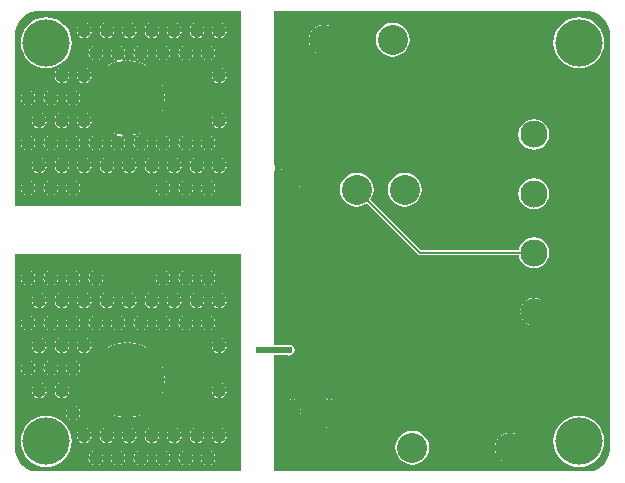
<source format=gbl>
G04*
G04 #@! TF.GenerationSoftware,Altium Limited,Altium Designer,20.1.7 (139)*
G04*
G04 Layer_Physical_Order=2*
G04 Layer_Color=16711680*
%FSAX25Y25*%
%MOIN*%
G70*
G04*
G04 #@! TF.SameCoordinates,E0FEAD2B-5758-45BC-B138-3864F7F5ABB7*
G04*
G04*
G04 #@! TF.FilePolarity,Positive*
G04*
G01*
G75*
%ADD31C,0.00600*%
%ADD33C,0.15748*%
%ADD34C,0.09055*%
%ADD35C,0.10000*%
%ADD36C,0.25000*%
%ADD37C,0.02400*%
%ADD38C,0.05000*%
%ADD39C,0.02000*%
G36*
X0194914Y0155141D02*
X0196334Y0154553D01*
X0197612Y0153699D01*
X0198699Y0152612D01*
X0199553Y0151334D01*
X0200141Y0149914D01*
X0200441Y0148406D01*
Y0147638D01*
Y0009843D01*
Y0009074D01*
X0200141Y0007566D01*
X0199553Y0006146D01*
X0198699Y0004868D01*
X0197612Y0003781D01*
X0196334Y0002927D01*
X0194914Y0002339D01*
X0193406Y0002039D01*
X0088533D01*
Y0040869D01*
X0092702D01*
X0092798Y0040804D01*
X0093500Y0040665D01*
X0094202Y0040804D01*
X0094798Y0041202D01*
X0095196Y0041798D01*
X0095335Y0042500D01*
X0095196Y0043202D01*
X0094798Y0043798D01*
X0094202Y0044196D01*
X0093500Y0044335D01*
X0092798Y0044196D01*
X0092702Y0044131D01*
X0088533D01*
Y0102305D01*
X0088870Y0102446D01*
X0089033Y0102482D01*
X0089367Y0102258D01*
Y0103367D01*
Y0104476D01*
X0089033Y0104253D01*
X0088870Y0104288D01*
X0088533Y0104430D01*
Y0155441D01*
X0193406D01*
X0194914Y0155141D01*
D02*
G37*
G36*
X0077400Y0090599D02*
X0002039D01*
Y0147638D01*
Y0148406D01*
X0002339Y0149914D01*
X0002927Y0151334D01*
X0003781Y0152612D01*
X0004868Y0153699D01*
X0006146Y0154553D01*
X0007566Y0155141D01*
X0009074Y0155441D01*
X0077400D01*
Y0090599D01*
D02*
G37*
G36*
X0077400Y0074599D02*
Y0002039D01*
X0009074D01*
X0007566Y0002339D01*
X0006146Y0002927D01*
X0004868Y0003781D01*
X0003781Y0004868D01*
X0002927Y0006146D01*
X0002339Y0007566D01*
X0002039Y0009074D01*
Y0009843D01*
Y0074599D01*
X0077400Y0074599D01*
D02*
G37*
%LPC*%
G36*
X0105500Y0150977D02*
Y0146500D01*
X0109977D01*
X0109871Y0147305D01*
X0109368Y0148522D01*
X0108566Y0149566D01*
X0107522Y0150367D01*
X0106305Y0150871D01*
X0105500Y0150977D01*
D02*
G37*
G36*
X0104500D02*
X0103695Y0150871D01*
X0102478Y0150367D01*
X0101434Y0149566D01*
X0100633Y0148522D01*
X0100129Y0147305D01*
X0100023Y0146500D01*
X0104500D01*
Y0150977D01*
D02*
G37*
G36*
X0109977Y0145500D02*
X0105500D01*
Y0141023D01*
X0106305Y0141129D01*
X0107522Y0141632D01*
X0108566Y0142434D01*
X0109368Y0143478D01*
X0109871Y0144695D01*
X0109977Y0145500D01*
D02*
G37*
G36*
X0104500D02*
X0100023D01*
X0100129Y0144695D01*
X0100633Y0143478D01*
X0101434Y0142434D01*
X0102478Y0141632D01*
X0103695Y0141129D01*
X0104500Y0141023D01*
Y0145500D01*
D02*
G37*
G36*
X0128000Y0151648D02*
X0126538Y0151456D01*
X0125176Y0150892D01*
X0124006Y0149994D01*
X0123108Y0148824D01*
X0122544Y0147462D01*
X0122352Y0146000D01*
X0122544Y0144538D01*
X0123108Y0143176D01*
X0124006Y0142006D01*
X0125176Y0141108D01*
X0126538Y0140544D01*
X0128000Y0140352D01*
X0129462Y0140544D01*
X0130824Y0141108D01*
X0131994Y0142006D01*
X0132892Y0143176D01*
X0133456Y0144538D01*
X0133648Y0146000D01*
X0133456Y0147462D01*
X0132892Y0148824D01*
X0131994Y0149994D01*
X0130824Y0150892D01*
X0129462Y0151456D01*
X0128000Y0151648D01*
D02*
G37*
G36*
X0190000Y0153515D02*
X0188339Y0153351D01*
X0186741Y0152867D01*
X0185269Y0152080D01*
X0183979Y0151021D01*
X0182920Y0149731D01*
X0182133Y0148258D01*
X0181649Y0146661D01*
X0181485Y0145000D01*
X0181649Y0143339D01*
X0182133Y0141742D01*
X0182920Y0140269D01*
X0183979Y0138979D01*
X0185269Y0137920D01*
X0186741Y0137133D01*
X0188339Y0136649D01*
X0190000Y0136485D01*
X0191661Y0136649D01*
X0193259Y0137133D01*
X0194731Y0137920D01*
X0196021Y0138979D01*
X0197080Y0140269D01*
X0197867Y0141742D01*
X0198351Y0143339D01*
X0198515Y0145000D01*
X0198351Y0146661D01*
X0197867Y0148258D01*
X0197080Y0149731D01*
X0196021Y0151021D01*
X0194731Y0152080D01*
X0193259Y0152867D01*
X0191661Y0153351D01*
X0190000Y0153515D01*
D02*
G37*
G36*
X0175000Y0119542D02*
X0173661Y0119366D01*
X0172414Y0118849D01*
X0171343Y0118027D01*
X0170521Y0116956D01*
X0170004Y0115709D01*
X0169828Y0114370D01*
X0170004Y0113031D01*
X0170521Y0111784D01*
X0171343Y0110713D01*
X0172414Y0109891D01*
X0173661Y0109374D01*
X0175000Y0109198D01*
X0176339Y0109374D01*
X0177586Y0109891D01*
X0178657Y0110713D01*
X0179479Y0111784D01*
X0179996Y0113031D01*
X0180172Y0114370D01*
X0179996Y0115709D01*
X0179479Y0116956D01*
X0178657Y0118027D01*
X0177586Y0118849D01*
X0176339Y0119366D01*
X0175000Y0119542D01*
D02*
G37*
G36*
X0090367Y0104476D02*
Y0103867D01*
X0090977D01*
X0090733Y0104233D01*
X0090367Y0104476D01*
D02*
G37*
G36*
X0090977Y0102867D02*
X0090367D01*
Y0102258D01*
X0090733Y0102502D01*
X0090977Y0102867D01*
D02*
G37*
G36*
X0096325Y0098934D02*
Y0098325D01*
X0096934D01*
X0096690Y0098690D01*
X0096325Y0098934D01*
D02*
G37*
G36*
X0095325D02*
X0094960Y0098690D01*
X0094716Y0098325D01*
X0095325D01*
Y0098934D01*
D02*
G37*
G36*
X0096934Y0097325D02*
X0096325D01*
Y0096716D01*
X0096690Y0096960D01*
X0096934Y0097325D01*
D02*
G37*
G36*
X0095325D02*
X0094716D01*
X0094960Y0096960D01*
X0095325Y0096716D01*
Y0097325D01*
D02*
G37*
G36*
X0132000Y0101648D02*
X0130538Y0101456D01*
X0129176Y0100892D01*
X0128006Y0099994D01*
X0127108Y0098824D01*
X0126544Y0097462D01*
X0126352Y0096000D01*
X0126544Y0094538D01*
X0127108Y0093176D01*
X0128006Y0092006D01*
X0129176Y0091108D01*
X0130538Y0090544D01*
X0132000Y0090352D01*
X0133462Y0090544D01*
X0134824Y0091108D01*
X0135994Y0092006D01*
X0136892Y0093176D01*
X0137456Y0094538D01*
X0137648Y0096000D01*
X0137456Y0097462D01*
X0136892Y0098824D01*
X0135994Y0099994D01*
X0134824Y0100892D01*
X0133462Y0101456D01*
X0132000Y0101648D01*
D02*
G37*
G36*
X0175000Y0099857D02*
X0173661Y0099681D01*
X0172414Y0099164D01*
X0171343Y0098342D01*
X0170521Y0097271D01*
X0170004Y0096024D01*
X0169828Y0094685D01*
X0170004Y0093347D01*
X0170521Y0092099D01*
X0171343Y0091028D01*
X0172414Y0090206D01*
X0173661Y0089689D01*
X0175000Y0089513D01*
X0176339Y0089689D01*
X0177586Y0090206D01*
X0178657Y0091028D01*
X0179479Y0092099D01*
X0179996Y0093347D01*
X0180172Y0094685D01*
X0179996Y0096024D01*
X0179479Y0097271D01*
X0178657Y0098342D01*
X0177586Y0099164D01*
X0176339Y0099681D01*
X0175000Y0099857D01*
D02*
G37*
G36*
X0116000Y0101648D02*
X0114538Y0101456D01*
X0113176Y0100892D01*
X0112006Y0099994D01*
X0111108Y0098824D01*
X0110544Y0097462D01*
X0110352Y0096000D01*
X0110544Y0094538D01*
X0111108Y0093176D01*
X0112006Y0092006D01*
X0113176Y0091108D01*
X0114538Y0090544D01*
X0116000Y0090352D01*
X0117462Y0090544D01*
X0118824Y0091108D01*
X0119260Y0091443D01*
X0136351Y0074351D01*
X0136649Y0074152D01*
X0137000Y0074082D01*
X0169949D01*
X0170004Y0073661D01*
X0170521Y0072414D01*
X0171343Y0071343D01*
X0172414Y0070521D01*
X0173661Y0070004D01*
X0175000Y0069828D01*
X0176339Y0070004D01*
X0177586Y0070521D01*
X0178657Y0071343D01*
X0179479Y0072414D01*
X0179996Y0073661D01*
X0180172Y0075000D01*
X0179996Y0076339D01*
X0179479Y0077586D01*
X0178657Y0078657D01*
X0177586Y0079479D01*
X0176339Y0079996D01*
X0175000Y0080172D01*
X0173661Y0079996D01*
X0172414Y0079479D01*
X0171343Y0078657D01*
X0170521Y0077586D01*
X0170004Y0076339D01*
X0169949Y0075918D01*
X0137380D01*
X0120557Y0092740D01*
X0120892Y0093176D01*
X0121456Y0094538D01*
X0121648Y0096000D01*
X0121456Y0097462D01*
X0120892Y0098824D01*
X0119994Y0099994D01*
X0118824Y0100892D01*
X0117462Y0101456D01*
X0116000Y0101648D01*
D02*
G37*
G36*
X0175500Y0059816D02*
Y0055815D01*
X0179501D01*
X0179411Y0056497D01*
X0178955Y0057598D01*
X0178229Y0058544D01*
X0177283Y0059270D01*
X0176182Y0059726D01*
X0175500Y0059816D01*
D02*
G37*
G36*
X0174500Y0059816D02*
X0173818Y0059726D01*
X0172717Y0059270D01*
X0171771Y0058544D01*
X0171045Y0057598D01*
X0170589Y0056497D01*
X0170499Y0055815D01*
X0174500D01*
Y0059816D01*
D02*
G37*
G36*
X0179501Y0054815D02*
X0175500D01*
Y0050814D01*
X0176182Y0050904D01*
X0177283Y0051360D01*
X0178229Y0052086D01*
X0178955Y0053032D01*
X0179411Y0054133D01*
X0179501Y0054815D01*
D02*
G37*
G36*
X0174500D02*
X0170499D01*
X0170589Y0054133D01*
X0171045Y0053032D01*
X0171771Y0052086D01*
X0172717Y0051360D01*
X0173818Y0050904D01*
X0174500Y0050814D01*
Y0054815D01*
D02*
G37*
G36*
X0107500Y0028209D02*
Y0027600D01*
X0108109D01*
X0107865Y0027965D01*
X0107500Y0028209D01*
D02*
G37*
G36*
X0106500D02*
X0106135Y0027965D01*
X0105891Y0027600D01*
X0106500D01*
Y0028209D01*
D02*
G37*
G36*
X0095200D02*
Y0027600D01*
X0095809D01*
X0095565Y0027965D01*
X0095200Y0028209D01*
D02*
G37*
G36*
X0094200D02*
X0093835Y0027965D01*
X0093591Y0027600D01*
X0094200D01*
Y0028209D01*
D02*
G37*
G36*
X0108109Y0026600D02*
X0107500D01*
Y0025991D01*
X0107865Y0026235D01*
X0108109Y0026600D01*
D02*
G37*
G36*
X0106500D02*
X0105891D01*
X0106135Y0026235D01*
X0106500Y0025991D01*
Y0026600D01*
D02*
G37*
G36*
X0095809D02*
X0095200D01*
Y0025991D01*
X0095565Y0026235D01*
X0095809Y0026600D01*
D02*
G37*
G36*
X0094200D02*
X0093591D01*
X0093835Y0026235D01*
X0094200Y0025991D01*
Y0026600D01*
D02*
G37*
G36*
X0103900Y0023309D02*
Y0022700D01*
X0104509D01*
X0104265Y0023065D01*
X0103900Y0023309D01*
D02*
G37*
G36*
X0102900D02*
X0102535Y0023065D01*
X0102291Y0022700D01*
X0102900D01*
Y0023309D01*
D02*
G37*
G36*
X0098800D02*
Y0022700D01*
X0099409D01*
X0099165Y0023065D01*
X0098800Y0023309D01*
D02*
G37*
G36*
X0097800D02*
X0097435Y0023065D01*
X0097191Y0022700D01*
X0097800D01*
Y0023309D01*
D02*
G37*
G36*
X0104509Y0021700D02*
X0103900D01*
Y0021091D01*
X0104265Y0021335D01*
X0104509Y0021700D01*
D02*
G37*
G36*
X0102900D02*
X0102291D01*
X0102535Y0021335D01*
X0102900Y0021091D01*
Y0021700D01*
D02*
G37*
G36*
X0099409D02*
X0098800D01*
Y0021091D01*
X0099165Y0021335D01*
X0099409Y0021700D01*
D02*
G37*
G36*
X0097800D02*
X0097191D01*
X0097435Y0021335D01*
X0097800Y0021091D01*
Y0021700D01*
D02*
G37*
G36*
X0107500Y0018409D02*
Y0017800D01*
X0108109D01*
X0107865Y0018165D01*
X0107500Y0018409D01*
D02*
G37*
G36*
X0106500D02*
X0106135Y0018165D01*
X0105891Y0017800D01*
X0106500D01*
Y0018409D01*
D02*
G37*
G36*
X0095200D02*
Y0017800D01*
X0095809D01*
X0095565Y0018165D01*
X0095200Y0018409D01*
D02*
G37*
G36*
X0094200D02*
X0093835Y0018165D01*
X0093591Y0017800D01*
X0094200D01*
Y0018409D01*
D02*
G37*
G36*
X0108109Y0016800D02*
X0107500D01*
Y0016191D01*
X0107865Y0016435D01*
X0108109Y0016800D01*
D02*
G37*
G36*
X0106500D02*
X0105891D01*
X0106135Y0016435D01*
X0106500Y0016191D01*
Y0016800D01*
D02*
G37*
G36*
X0095809D02*
X0095200D01*
Y0016191D01*
X0095565Y0016435D01*
X0095809Y0016800D01*
D02*
G37*
G36*
X0094200D02*
X0093591D01*
X0093835Y0016435D01*
X0094200Y0016191D01*
Y0016800D01*
D02*
G37*
G36*
X0167500Y0014977D02*
Y0010500D01*
X0171977D01*
X0171871Y0011305D01*
X0171368Y0012522D01*
X0170566Y0013566D01*
X0169522Y0014367D01*
X0168305Y0014871D01*
X0167500Y0014977D01*
D02*
G37*
G36*
X0166500D02*
X0165695Y0014871D01*
X0164478Y0014367D01*
X0163434Y0013566D01*
X0162633Y0012522D01*
X0162129Y0011305D01*
X0162023Y0010500D01*
X0166500D01*
Y0014977D01*
D02*
G37*
G36*
X0171977Y0009500D02*
X0167500D01*
Y0005023D01*
X0168305Y0005129D01*
X0169522Y0005632D01*
X0170566Y0006434D01*
X0171368Y0007478D01*
X0171871Y0008695D01*
X0171977Y0009500D01*
D02*
G37*
G36*
X0166500D02*
X0162023D01*
X0162129Y0008695D01*
X0162633Y0007478D01*
X0163434Y0006434D01*
X0164478Y0005632D01*
X0165695Y0005129D01*
X0166500Y0005023D01*
Y0009500D01*
D02*
G37*
G36*
X0134500Y0015648D02*
X0133038Y0015456D01*
X0131676Y0014892D01*
X0130506Y0013994D01*
X0129608Y0012824D01*
X0129044Y0011462D01*
X0128852Y0010000D01*
X0129044Y0008538D01*
X0129608Y0007176D01*
X0130506Y0006006D01*
X0131676Y0005108D01*
X0133038Y0004544D01*
X0134500Y0004352D01*
X0135962Y0004544D01*
X0137324Y0005108D01*
X0138494Y0006006D01*
X0139392Y0007176D01*
X0139956Y0008538D01*
X0140148Y0010000D01*
X0139956Y0011462D01*
X0139392Y0012824D01*
X0138494Y0013994D01*
X0137324Y0014892D01*
X0135962Y0015456D01*
X0134500Y0015648D01*
D02*
G37*
G36*
X0190000Y0020565D02*
X0188339Y0020401D01*
X0186741Y0019917D01*
X0185269Y0019130D01*
X0183979Y0018071D01*
X0182920Y0016780D01*
X0182133Y0015308D01*
X0181649Y0013711D01*
X0181485Y0012050D01*
X0181649Y0010389D01*
X0182133Y0008791D01*
X0182920Y0007319D01*
X0183979Y0006029D01*
X0185269Y0004970D01*
X0186741Y0004183D01*
X0188339Y0003698D01*
X0190000Y0003535D01*
X0191661Y0003698D01*
X0193259Y0004183D01*
X0194731Y0004970D01*
X0196021Y0006029D01*
X0197080Y0007319D01*
X0197867Y0008791D01*
X0198351Y0010389D01*
X0198515Y0012050D01*
X0198351Y0013711D01*
X0197867Y0015308D01*
X0197080Y0016780D01*
X0196021Y0018071D01*
X0194731Y0019130D01*
X0193259Y0019917D01*
X0191661Y0020401D01*
X0190000Y0020565D01*
D02*
G37*
G36*
X0070700Y0151499D02*
Y0149550D01*
X0072650D01*
X0072555Y0150025D01*
X0072002Y0150852D01*
X0071175Y0151405D01*
X0070700Y0151499D01*
D02*
G37*
G36*
X0069700D02*
X0069225Y0151405D01*
X0068398Y0150852D01*
X0067845Y0150025D01*
X0067751Y0149550D01*
X0069700D01*
Y0151499D01*
D02*
G37*
G36*
X0063200D02*
Y0149550D01*
X0065149D01*
X0065055Y0150025D01*
X0064502Y0150852D01*
X0063675Y0151405D01*
X0063200Y0151499D01*
D02*
G37*
G36*
X0062200D02*
X0061725Y0151405D01*
X0060898Y0150852D01*
X0060345Y0150025D01*
X0060251Y0149550D01*
X0062200D01*
Y0151499D01*
D02*
G37*
G36*
X0055700D02*
Y0149550D01*
X0057649D01*
X0057555Y0150025D01*
X0057002Y0150852D01*
X0056176Y0151405D01*
X0055700Y0151499D01*
D02*
G37*
G36*
X0054700D02*
X0054225Y0151405D01*
X0053398Y0150852D01*
X0052845Y0150025D01*
X0052750Y0149550D01*
X0054700D01*
Y0151499D01*
D02*
G37*
G36*
X0048200D02*
Y0149550D01*
X0050150D01*
X0050055Y0150025D01*
X0049502Y0150852D01*
X0048676Y0151405D01*
X0048200Y0151499D01*
D02*
G37*
G36*
X0047200D02*
X0046725Y0151405D01*
X0045898Y0150852D01*
X0045345Y0150025D01*
X0045250Y0149550D01*
X0047200D01*
Y0151499D01*
D02*
G37*
G36*
X0040700D02*
Y0149550D01*
X0042649D01*
X0042555Y0150025D01*
X0042002Y0150852D01*
X0041175Y0151405D01*
X0040700Y0151499D01*
D02*
G37*
G36*
X0039700D02*
X0039225Y0151405D01*
X0038398Y0150852D01*
X0037845Y0150025D01*
X0037751Y0149550D01*
X0039700D01*
Y0151499D01*
D02*
G37*
G36*
X0033200D02*
Y0149550D01*
X0035149D01*
X0035055Y0150025D01*
X0034502Y0150852D01*
X0033676Y0151405D01*
X0033200Y0151499D01*
D02*
G37*
G36*
X0032200D02*
X0031725Y0151405D01*
X0030898Y0150852D01*
X0030345Y0150025D01*
X0030250Y0149550D01*
X0032200D01*
Y0151499D01*
D02*
G37*
G36*
X0025700D02*
Y0149550D01*
X0027650D01*
X0027555Y0150025D01*
X0027002Y0150852D01*
X0026175Y0151405D01*
X0025700Y0151499D01*
D02*
G37*
G36*
X0024700D02*
X0024225Y0151405D01*
X0023398Y0150852D01*
X0022845Y0150025D01*
X0022750Y0149550D01*
X0024700D01*
Y0151499D01*
D02*
G37*
G36*
X0072650Y0148550D02*
X0070700D01*
Y0146600D01*
X0071175Y0146695D01*
X0072002Y0147247D01*
X0072555Y0148074D01*
X0072650Y0148550D01*
D02*
G37*
G36*
X0069700D02*
X0067751D01*
X0067845Y0148074D01*
X0068398Y0147247D01*
X0069225Y0146695D01*
X0069700Y0146600D01*
Y0148550D01*
D02*
G37*
G36*
X0065149D02*
X0063200D01*
Y0146600D01*
X0063675Y0146695D01*
X0064502Y0147247D01*
X0065055Y0148074D01*
X0065149Y0148550D01*
D02*
G37*
G36*
X0062200D02*
X0060251D01*
X0060345Y0148074D01*
X0060898Y0147247D01*
X0061725Y0146695D01*
X0062200Y0146600D01*
Y0148550D01*
D02*
G37*
G36*
X0057649D02*
X0055700D01*
Y0146600D01*
X0056176Y0146695D01*
X0057002Y0147247D01*
X0057555Y0148074D01*
X0057649Y0148550D01*
D02*
G37*
G36*
X0054700D02*
X0052750D01*
X0052845Y0148074D01*
X0053398Y0147247D01*
X0054225Y0146695D01*
X0054700Y0146600D01*
Y0148550D01*
D02*
G37*
G36*
X0050150D02*
X0048200D01*
Y0146600D01*
X0048676Y0146695D01*
X0049502Y0147247D01*
X0050055Y0148074D01*
X0050150Y0148550D01*
D02*
G37*
G36*
X0047200D02*
X0045250D01*
X0045345Y0148074D01*
X0045898Y0147247D01*
X0046725Y0146695D01*
X0047200Y0146600D01*
Y0148550D01*
D02*
G37*
G36*
X0042649D02*
X0040700D01*
Y0146600D01*
X0041175Y0146695D01*
X0042002Y0147247D01*
X0042555Y0148074D01*
X0042649Y0148550D01*
D02*
G37*
G36*
X0039700D02*
X0037751D01*
X0037845Y0148074D01*
X0038398Y0147247D01*
X0039225Y0146695D01*
X0039700Y0146600D01*
Y0148550D01*
D02*
G37*
G36*
X0035149D02*
X0033200D01*
Y0146600D01*
X0033676Y0146695D01*
X0034502Y0147247D01*
X0035055Y0148074D01*
X0035149Y0148550D01*
D02*
G37*
G36*
X0032200D02*
X0030250D01*
X0030345Y0148074D01*
X0030898Y0147247D01*
X0031725Y0146695D01*
X0032200Y0146600D01*
Y0148550D01*
D02*
G37*
G36*
X0027650D02*
X0025700D01*
Y0146600D01*
X0026175Y0146695D01*
X0027002Y0147247D01*
X0027555Y0148074D01*
X0027650Y0148550D01*
D02*
G37*
G36*
X0024700D02*
X0022750D01*
X0022845Y0148074D01*
X0023398Y0147247D01*
X0024225Y0146695D01*
X0024700Y0146600D01*
Y0148550D01*
D02*
G37*
G36*
X0066950Y0143999D02*
Y0142050D01*
X0068900D01*
X0068805Y0142525D01*
X0068252Y0143352D01*
X0067426Y0143905D01*
X0066950Y0143999D01*
D02*
G37*
G36*
X0065950D02*
X0065475Y0143905D01*
X0064648Y0143352D01*
X0064095Y0142525D01*
X0064000Y0142050D01*
X0065950D01*
Y0143999D01*
D02*
G37*
G36*
X0059450D02*
Y0142050D01*
X0061400D01*
X0061305Y0142525D01*
X0060752Y0143352D01*
X0059926Y0143905D01*
X0059450Y0143999D01*
D02*
G37*
G36*
X0058450D02*
X0057975Y0143905D01*
X0057148Y0143352D01*
X0056595Y0142525D01*
X0056501Y0142050D01*
X0058450D01*
Y0143999D01*
D02*
G37*
G36*
X0051950D02*
Y0142050D01*
X0053900D01*
X0053805Y0142525D01*
X0053252Y0143352D01*
X0052425Y0143905D01*
X0051950Y0143999D01*
D02*
G37*
G36*
X0050950D02*
X0050475Y0143905D01*
X0049648Y0143352D01*
X0049095Y0142525D01*
X0049000Y0142050D01*
X0050950D01*
Y0143999D01*
D02*
G37*
G36*
X0044450D02*
Y0142050D01*
X0046400D01*
X0046305Y0142525D01*
X0045752Y0143352D01*
X0044925Y0143905D01*
X0044450Y0143999D01*
D02*
G37*
G36*
X0043450D02*
X0042975Y0143905D01*
X0042148Y0143352D01*
X0041595Y0142525D01*
X0041500Y0142050D01*
X0043450D01*
Y0143999D01*
D02*
G37*
G36*
X0036950D02*
Y0142050D01*
X0038899D01*
X0038805Y0142525D01*
X0038252Y0143352D01*
X0037426Y0143905D01*
X0036950Y0143999D01*
D02*
G37*
G36*
X0035950D02*
X0035475Y0143905D01*
X0034648Y0143352D01*
X0034095Y0142525D01*
X0034001Y0142050D01*
X0035950D01*
Y0143999D01*
D02*
G37*
G36*
X0029450D02*
Y0142050D01*
X0031400D01*
X0031305Y0142525D01*
X0030752Y0143352D01*
X0029926Y0143905D01*
X0029450Y0143999D01*
D02*
G37*
G36*
X0028450D02*
X0027975Y0143905D01*
X0027148Y0143352D01*
X0026595Y0142525D01*
X0026500Y0142050D01*
X0028450D01*
Y0143999D01*
D02*
G37*
G36*
X0068900Y0141050D02*
X0066950D01*
Y0139100D01*
X0067426Y0139195D01*
X0068252Y0139747D01*
X0068805Y0140574D01*
X0068900Y0141050D01*
D02*
G37*
G36*
X0065950D02*
X0064000D01*
X0064095Y0140574D01*
X0064648Y0139747D01*
X0065475Y0139195D01*
X0065950Y0139100D01*
Y0141050D01*
D02*
G37*
G36*
X0061400D02*
X0059450D01*
Y0139100D01*
X0059926Y0139195D01*
X0060752Y0139747D01*
X0061305Y0140574D01*
X0061400Y0141050D01*
D02*
G37*
G36*
X0058450D02*
X0056501D01*
X0056595Y0140574D01*
X0057148Y0139747D01*
X0057975Y0139195D01*
X0058450Y0139100D01*
Y0141050D01*
D02*
G37*
G36*
X0053900D02*
X0051950D01*
Y0139100D01*
X0052425Y0139195D01*
X0053252Y0139747D01*
X0053805Y0140574D01*
X0053900Y0141050D01*
D02*
G37*
G36*
X0050950D02*
X0049000D01*
X0049095Y0140574D01*
X0049648Y0139747D01*
X0050475Y0139195D01*
X0050950Y0139100D01*
Y0141050D01*
D02*
G37*
G36*
X0046400D02*
X0044450D01*
Y0139100D01*
X0044925Y0139195D01*
X0045752Y0139747D01*
X0046305Y0140574D01*
X0046400Y0141050D01*
D02*
G37*
G36*
X0043450D02*
X0041500D01*
X0041595Y0140574D01*
X0042148Y0139747D01*
X0042975Y0139195D01*
X0043450Y0139100D01*
Y0141050D01*
D02*
G37*
G36*
X0031400D02*
X0029450D01*
Y0139100D01*
X0029926Y0139195D01*
X0030752Y0139747D01*
X0031305Y0140574D01*
X0031400Y0141050D01*
D02*
G37*
G36*
X0028450D02*
X0026500D01*
X0026595Y0140574D01*
X0027148Y0139747D01*
X0027975Y0139195D01*
X0028450Y0139100D01*
Y0141050D01*
D02*
G37*
G36*
X0012500Y0153515D02*
X0010839Y0153351D01*
X0009241Y0152867D01*
X0007769Y0152080D01*
X0006479Y0151021D01*
X0005420Y0149731D01*
X0004633Y0148258D01*
X0004149Y0146661D01*
X0003985Y0145000D01*
X0004149Y0143339D01*
X0004633Y0141742D01*
X0005420Y0140269D01*
X0006479Y0138979D01*
X0007769Y0137920D01*
X0009241Y0137133D01*
X0010839Y0136649D01*
X0012500Y0136485D01*
X0014161Y0136649D01*
X0015758Y0137133D01*
X0017231Y0137920D01*
X0018521Y0138979D01*
X0019580Y0140269D01*
X0020367Y0141742D01*
X0020851Y0143339D01*
X0021015Y0145000D01*
X0020851Y0146661D01*
X0020367Y0148258D01*
X0019580Y0149731D01*
X0018521Y0151021D01*
X0017231Y0152080D01*
X0015758Y0152867D01*
X0014161Y0153351D01*
X0012500Y0153515D01*
D02*
G37*
G36*
X0070700Y0136499D02*
Y0134550D01*
X0072650D01*
X0072555Y0135025D01*
X0072002Y0135852D01*
X0071175Y0136405D01*
X0070700Y0136499D01*
D02*
G37*
G36*
X0069700D02*
X0069225Y0136405D01*
X0068398Y0135852D01*
X0067845Y0135025D01*
X0067751Y0134550D01*
X0069700D01*
Y0136499D01*
D02*
G37*
G36*
X0025700D02*
Y0134550D01*
X0027650D01*
X0027555Y0135025D01*
X0027002Y0135852D01*
X0026175Y0136405D01*
X0025700Y0136499D01*
D02*
G37*
G36*
X0024700D02*
X0024225Y0136405D01*
X0023398Y0135852D01*
X0022845Y0135025D01*
X0022750Y0134550D01*
X0024700D01*
Y0136499D01*
D02*
G37*
G36*
X0018200D02*
Y0134550D01*
X0020150D01*
X0020055Y0135025D01*
X0019502Y0135852D01*
X0018676Y0136405D01*
X0018200Y0136499D01*
D02*
G37*
G36*
X0017200D02*
X0016725Y0136405D01*
X0015898Y0135852D01*
X0015345Y0135025D01*
X0015250Y0134550D01*
X0017200D01*
Y0136499D01*
D02*
G37*
G36*
X0072650Y0133550D02*
X0070700D01*
Y0131600D01*
X0071175Y0131695D01*
X0072002Y0132247D01*
X0072555Y0133074D01*
X0072650Y0133550D01*
D02*
G37*
G36*
X0069700D02*
X0067751D01*
X0067845Y0133074D01*
X0068398Y0132247D01*
X0069225Y0131695D01*
X0069700Y0131600D01*
Y0133550D01*
D02*
G37*
G36*
X0027650D02*
X0025700D01*
Y0131600D01*
X0026175Y0131695D01*
X0027002Y0132247D01*
X0027555Y0133074D01*
X0027650Y0133550D01*
D02*
G37*
G36*
X0024700D02*
X0022750D01*
X0022845Y0133074D01*
X0023398Y0132247D01*
X0024225Y0131695D01*
X0024700Y0131600D01*
Y0133550D01*
D02*
G37*
G36*
X0020150D02*
X0018200D01*
Y0131600D01*
X0018676Y0131695D01*
X0019502Y0132247D01*
X0020055Y0133074D01*
X0020150Y0133550D01*
D02*
G37*
G36*
X0017200D02*
X0015250D01*
X0015345Y0133074D01*
X0015898Y0132247D01*
X0016725Y0131695D01*
X0017200Y0131600D01*
Y0133550D01*
D02*
G37*
G36*
X0039950Y0139049D02*
Y0127050D01*
X0051949D01*
X0051834Y0128511D01*
X0051375Y0130424D01*
X0050622Y0132242D01*
X0049594Y0133920D01*
X0048316Y0135416D01*
X0046820Y0136694D01*
X0045142Y0137722D01*
X0043325Y0138475D01*
X0041412Y0138934D01*
X0039950Y0139049D01*
D02*
G37*
G36*
X0038899Y0141050D02*
X0034001D01*
X0034095Y0140574D01*
X0034648Y0139747D01*
X0035475Y0139195D01*
X0035999Y0139091D01*
X0036009Y0138579D01*
X0035575Y0138475D01*
X0033758Y0137722D01*
X0032080Y0136694D01*
X0030584Y0135416D01*
X0029306Y0133920D01*
X0028278Y0132242D01*
X0027525Y0130424D01*
X0027066Y0128511D01*
X0026951Y0127050D01*
X0038950D01*
Y0139049D01*
X0037995Y0138974D01*
X0037826Y0139462D01*
X0038252Y0139747D01*
X0038805Y0140574D01*
X0038899Y0141050D01*
D02*
G37*
G36*
X0021950Y0128999D02*
Y0127050D01*
X0023900D01*
X0023805Y0127525D01*
X0023252Y0128352D01*
X0022425Y0128905D01*
X0021950Y0128999D01*
D02*
G37*
G36*
X0020950D02*
X0020475Y0128905D01*
X0019648Y0128352D01*
X0019095Y0127525D01*
X0019001Y0127050D01*
X0020950D01*
Y0128999D01*
D02*
G37*
G36*
X0014450D02*
Y0127050D01*
X0016399D01*
X0016305Y0127525D01*
X0015752Y0128352D01*
X0014925Y0128905D01*
X0014450Y0128999D01*
D02*
G37*
G36*
X0013450D02*
X0012975Y0128905D01*
X0012148Y0128352D01*
X0011595Y0127525D01*
X0011501Y0127050D01*
X0013450D01*
Y0128999D01*
D02*
G37*
G36*
X0006950D02*
Y0127050D01*
X0008900D01*
X0008805Y0127525D01*
X0008252Y0128352D01*
X0007425Y0128905D01*
X0006950Y0128999D01*
D02*
G37*
G36*
X0005950D02*
X0005475Y0128905D01*
X0004648Y0128352D01*
X0004095Y0127525D01*
X0004000Y0127050D01*
X0005950D01*
Y0128999D01*
D02*
G37*
G36*
X0023900Y0126050D02*
X0021950D01*
Y0124100D01*
X0022425Y0124195D01*
X0023252Y0124747D01*
X0023805Y0125574D01*
X0023900Y0126050D01*
D02*
G37*
G36*
X0020950D02*
X0019001D01*
X0019095Y0125574D01*
X0019648Y0124747D01*
X0020475Y0124195D01*
X0020950Y0124100D01*
Y0126050D01*
D02*
G37*
G36*
X0016399D02*
X0014450D01*
Y0124100D01*
X0014925Y0124195D01*
X0015752Y0124747D01*
X0016305Y0125574D01*
X0016399Y0126050D01*
D02*
G37*
G36*
X0013450D02*
X0011501D01*
X0011595Y0125574D01*
X0012148Y0124747D01*
X0012975Y0124195D01*
X0013450Y0124100D01*
Y0126050D01*
D02*
G37*
G36*
X0008900D02*
X0006950D01*
Y0124100D01*
X0007425Y0124195D01*
X0008252Y0124747D01*
X0008805Y0125574D01*
X0008900Y0126050D01*
D02*
G37*
G36*
X0005950D02*
X0004000D01*
X0004095Y0125574D01*
X0004648Y0124747D01*
X0005475Y0124195D01*
X0005950Y0124100D01*
Y0126050D01*
D02*
G37*
G36*
X0070700Y0121499D02*
Y0119550D01*
X0072650D01*
X0072555Y0120025D01*
X0072002Y0120852D01*
X0071175Y0121405D01*
X0070700Y0121499D01*
D02*
G37*
G36*
X0069700D02*
X0069225Y0121405D01*
X0068398Y0120852D01*
X0067845Y0120025D01*
X0067751Y0119550D01*
X0069700D01*
Y0121499D01*
D02*
G37*
G36*
X0025700D02*
Y0119550D01*
X0027650D01*
X0027555Y0120025D01*
X0027002Y0120852D01*
X0026175Y0121405D01*
X0025700Y0121499D01*
D02*
G37*
G36*
X0024700D02*
X0024225Y0121405D01*
X0023398Y0120852D01*
X0022845Y0120025D01*
X0022750Y0119550D01*
X0024700D01*
Y0121499D01*
D02*
G37*
G36*
X0018200D02*
Y0119550D01*
X0020150D01*
X0020055Y0120025D01*
X0019502Y0120852D01*
X0018676Y0121405D01*
X0018200Y0121499D01*
D02*
G37*
G36*
X0017200D02*
X0016725Y0121405D01*
X0015898Y0120852D01*
X0015345Y0120025D01*
X0015250Y0119550D01*
X0017200D01*
Y0121499D01*
D02*
G37*
G36*
X0010700D02*
Y0119550D01*
X0012650D01*
X0012555Y0120025D01*
X0012002Y0120852D01*
X0011175Y0121405D01*
X0010700Y0121499D01*
D02*
G37*
G36*
X0009700D02*
X0009225Y0121405D01*
X0008398Y0120852D01*
X0007845Y0120025D01*
X0007750Y0119550D01*
X0009700D01*
Y0121499D01*
D02*
G37*
G36*
X0072650Y0118550D02*
X0070700D01*
Y0116600D01*
X0071175Y0116695D01*
X0072002Y0117247D01*
X0072555Y0118074D01*
X0072650Y0118550D01*
D02*
G37*
G36*
X0069700D02*
X0067751D01*
X0067845Y0118074D01*
X0068398Y0117247D01*
X0069225Y0116695D01*
X0069700Y0116600D01*
Y0118550D01*
D02*
G37*
G36*
X0027650D02*
X0025700D01*
Y0116600D01*
X0026175Y0116695D01*
X0027002Y0117247D01*
X0027555Y0118074D01*
X0027650Y0118550D01*
D02*
G37*
G36*
X0024700D02*
X0022750D01*
X0022845Y0118074D01*
X0023398Y0117247D01*
X0024225Y0116695D01*
X0024700Y0116600D01*
Y0118550D01*
D02*
G37*
G36*
X0020150D02*
X0018200D01*
Y0116600D01*
X0018676Y0116695D01*
X0019502Y0117247D01*
X0020055Y0118074D01*
X0020150Y0118550D01*
D02*
G37*
G36*
X0017200D02*
X0015250D01*
X0015345Y0118074D01*
X0015898Y0117247D01*
X0016725Y0116695D01*
X0017200Y0116600D01*
Y0118550D01*
D02*
G37*
G36*
X0012650D02*
X0010700D01*
Y0116600D01*
X0011175Y0116695D01*
X0012002Y0117247D01*
X0012555Y0118074D01*
X0012650Y0118550D01*
D02*
G37*
G36*
X0009700D02*
X0007750D01*
X0007845Y0118074D01*
X0008398Y0117247D01*
X0009225Y0116695D01*
X0009700Y0116600D01*
Y0118550D01*
D02*
G37*
G36*
X0051949Y0126050D02*
X0039950D01*
Y0114050D01*
X0041412Y0114165D01*
X0043325Y0114625D01*
X0045142Y0115378D01*
X0046820Y0116406D01*
X0048316Y0117683D01*
X0049594Y0119180D01*
X0050622Y0120857D01*
X0051375Y0122675D01*
X0051834Y0124588D01*
X0051949Y0126050D01*
D02*
G37*
G36*
X0038950D02*
X0026951D01*
X0027066Y0124588D01*
X0027525Y0122675D01*
X0028278Y0120857D01*
X0029306Y0119180D01*
X0030584Y0117683D01*
X0032080Y0116406D01*
X0033758Y0115378D01*
X0035575Y0114625D01*
X0036009Y0114521D01*
X0035999Y0114009D01*
X0035475Y0113905D01*
X0034648Y0113352D01*
X0034095Y0112525D01*
X0034001Y0112050D01*
X0038899D01*
X0038805Y0112525D01*
X0038252Y0113352D01*
X0037826Y0113637D01*
X0037995Y0114126D01*
X0038950Y0114050D01*
Y0126050D01*
D02*
G37*
G36*
X0066950Y0113999D02*
Y0112050D01*
X0068900D01*
X0068805Y0112525D01*
X0068252Y0113352D01*
X0067426Y0113905D01*
X0066950Y0113999D01*
D02*
G37*
G36*
X0065950D02*
X0065475Y0113905D01*
X0064648Y0113352D01*
X0064095Y0112525D01*
X0064000Y0112050D01*
X0065950D01*
Y0113999D01*
D02*
G37*
G36*
X0059450D02*
Y0112050D01*
X0061400D01*
X0061305Y0112525D01*
X0060752Y0113352D01*
X0059926Y0113905D01*
X0059450Y0113999D01*
D02*
G37*
G36*
X0058450D02*
X0057975Y0113905D01*
X0057148Y0113352D01*
X0056595Y0112525D01*
X0056501Y0112050D01*
X0058450D01*
Y0113999D01*
D02*
G37*
G36*
X0051950D02*
Y0112050D01*
X0053900D01*
X0053805Y0112525D01*
X0053252Y0113352D01*
X0052425Y0113905D01*
X0051950Y0113999D01*
D02*
G37*
G36*
X0050950D02*
X0050475Y0113905D01*
X0049648Y0113352D01*
X0049095Y0112525D01*
X0049000Y0112050D01*
X0050950D01*
Y0113999D01*
D02*
G37*
G36*
X0044450D02*
Y0112050D01*
X0046400D01*
X0046305Y0112525D01*
X0045752Y0113352D01*
X0044925Y0113905D01*
X0044450Y0113999D01*
D02*
G37*
G36*
X0043450D02*
X0042975Y0113905D01*
X0042148Y0113352D01*
X0041595Y0112525D01*
X0041500Y0112050D01*
X0043450D01*
Y0113999D01*
D02*
G37*
G36*
X0029450D02*
Y0112050D01*
X0031400D01*
X0031305Y0112525D01*
X0030752Y0113352D01*
X0029926Y0113905D01*
X0029450Y0113999D01*
D02*
G37*
G36*
X0028450D02*
X0027975Y0113905D01*
X0027148Y0113352D01*
X0026595Y0112525D01*
X0026500Y0112050D01*
X0028450D01*
Y0113999D01*
D02*
G37*
G36*
X0021950D02*
Y0112050D01*
X0023900D01*
X0023805Y0112525D01*
X0023252Y0113352D01*
X0022425Y0113905D01*
X0021950Y0113999D01*
D02*
G37*
G36*
X0020950D02*
X0020475Y0113905D01*
X0019648Y0113352D01*
X0019095Y0112525D01*
X0019001Y0112050D01*
X0020950D01*
Y0113999D01*
D02*
G37*
G36*
X0014450D02*
Y0112050D01*
X0016399D01*
X0016305Y0112525D01*
X0015752Y0113352D01*
X0014925Y0113905D01*
X0014450Y0113999D01*
D02*
G37*
G36*
X0013450D02*
X0012975Y0113905D01*
X0012148Y0113352D01*
X0011595Y0112525D01*
X0011501Y0112050D01*
X0013450D01*
Y0113999D01*
D02*
G37*
G36*
X0006950D02*
Y0112050D01*
X0008900D01*
X0008805Y0112525D01*
X0008252Y0113352D01*
X0007425Y0113905D01*
X0006950Y0113999D01*
D02*
G37*
G36*
X0005950D02*
X0005475Y0113905D01*
X0004648Y0113352D01*
X0004095Y0112525D01*
X0004000Y0112050D01*
X0005950D01*
Y0113999D01*
D02*
G37*
G36*
X0068900Y0111050D02*
X0066950D01*
Y0109100D01*
X0067426Y0109195D01*
X0068252Y0109747D01*
X0068805Y0110574D01*
X0068900Y0111050D01*
D02*
G37*
G36*
X0065950D02*
X0064000D01*
X0064095Y0110574D01*
X0064648Y0109747D01*
X0065475Y0109195D01*
X0065950Y0109100D01*
Y0111050D01*
D02*
G37*
G36*
X0061400D02*
X0059450D01*
Y0109100D01*
X0059926Y0109195D01*
X0060752Y0109747D01*
X0061305Y0110574D01*
X0061400Y0111050D01*
D02*
G37*
G36*
X0058450D02*
X0056501D01*
X0056595Y0110574D01*
X0057148Y0109747D01*
X0057975Y0109195D01*
X0058450Y0109100D01*
Y0111050D01*
D02*
G37*
G36*
X0053900D02*
X0051950D01*
Y0109100D01*
X0052425Y0109195D01*
X0053252Y0109747D01*
X0053805Y0110574D01*
X0053900Y0111050D01*
D02*
G37*
G36*
X0050950D02*
X0049000D01*
X0049095Y0110574D01*
X0049648Y0109747D01*
X0050475Y0109195D01*
X0050950Y0109100D01*
Y0111050D01*
D02*
G37*
G36*
X0046400D02*
X0044450D01*
Y0109100D01*
X0044925Y0109195D01*
X0045752Y0109747D01*
X0046305Y0110574D01*
X0046400Y0111050D01*
D02*
G37*
G36*
X0043450D02*
X0041500D01*
X0041595Y0110574D01*
X0042148Y0109747D01*
X0042975Y0109195D01*
X0043450Y0109100D01*
Y0111050D01*
D02*
G37*
G36*
X0038899D02*
X0036950D01*
Y0109100D01*
X0037426Y0109195D01*
X0038252Y0109747D01*
X0038805Y0110574D01*
X0038899Y0111050D01*
D02*
G37*
G36*
X0035950D02*
X0034001D01*
X0034095Y0110574D01*
X0034648Y0109747D01*
X0035475Y0109195D01*
X0035950Y0109100D01*
Y0111050D01*
D02*
G37*
G36*
X0031400D02*
X0029450D01*
Y0109100D01*
X0029926Y0109195D01*
X0030752Y0109747D01*
X0031305Y0110574D01*
X0031400Y0111050D01*
D02*
G37*
G36*
X0028450D02*
X0026500D01*
X0026595Y0110574D01*
X0027148Y0109747D01*
X0027975Y0109195D01*
X0028450Y0109100D01*
Y0111050D01*
D02*
G37*
G36*
X0023900D02*
X0021950D01*
Y0109100D01*
X0022425Y0109195D01*
X0023252Y0109747D01*
X0023805Y0110574D01*
X0023900Y0111050D01*
D02*
G37*
G36*
X0020950D02*
X0019001D01*
X0019095Y0110574D01*
X0019648Y0109747D01*
X0020475Y0109195D01*
X0020950Y0109100D01*
Y0111050D01*
D02*
G37*
G36*
X0016399D02*
X0014450D01*
Y0109100D01*
X0014925Y0109195D01*
X0015752Y0109747D01*
X0016305Y0110574D01*
X0016399Y0111050D01*
D02*
G37*
G36*
X0013450D02*
X0011501D01*
X0011595Y0110574D01*
X0012148Y0109747D01*
X0012975Y0109195D01*
X0013450Y0109100D01*
Y0111050D01*
D02*
G37*
G36*
X0008900D02*
X0006950D01*
Y0109100D01*
X0007425Y0109195D01*
X0008252Y0109747D01*
X0008805Y0110574D01*
X0008900Y0111050D01*
D02*
G37*
G36*
X0005950D02*
X0004000D01*
X0004095Y0110574D01*
X0004648Y0109747D01*
X0005475Y0109195D01*
X0005950Y0109100D01*
Y0111050D01*
D02*
G37*
G36*
X0070700Y0106499D02*
Y0104550D01*
X0072650D01*
X0072555Y0105025D01*
X0072002Y0105852D01*
X0071175Y0106405D01*
X0070700Y0106499D01*
D02*
G37*
G36*
X0069700D02*
X0069225Y0106405D01*
X0068398Y0105852D01*
X0067845Y0105025D01*
X0067751Y0104550D01*
X0069700D01*
Y0106499D01*
D02*
G37*
G36*
X0063200D02*
Y0104550D01*
X0065149D01*
X0065055Y0105025D01*
X0064502Y0105852D01*
X0063675Y0106405D01*
X0063200Y0106499D01*
D02*
G37*
G36*
X0062200D02*
X0061725Y0106405D01*
X0060898Y0105852D01*
X0060345Y0105025D01*
X0060251Y0104550D01*
X0062200D01*
Y0106499D01*
D02*
G37*
G36*
X0055700D02*
Y0104550D01*
X0057649D01*
X0057555Y0105025D01*
X0057002Y0105852D01*
X0056176Y0106405D01*
X0055700Y0106499D01*
D02*
G37*
G36*
X0054700D02*
X0054225Y0106405D01*
X0053398Y0105852D01*
X0052845Y0105025D01*
X0052750Y0104550D01*
X0054700D01*
Y0106499D01*
D02*
G37*
G36*
X0048200D02*
Y0104550D01*
X0050150D01*
X0050055Y0105025D01*
X0049502Y0105852D01*
X0048676Y0106405D01*
X0048200Y0106499D01*
D02*
G37*
G36*
X0047200D02*
X0046725Y0106405D01*
X0045898Y0105852D01*
X0045345Y0105025D01*
X0045250Y0104550D01*
X0047200D01*
Y0106499D01*
D02*
G37*
G36*
X0040700D02*
Y0104550D01*
X0042649D01*
X0042555Y0105025D01*
X0042002Y0105852D01*
X0041175Y0106405D01*
X0040700Y0106499D01*
D02*
G37*
G36*
X0039700D02*
X0039225Y0106405D01*
X0038398Y0105852D01*
X0037845Y0105025D01*
X0037751Y0104550D01*
X0039700D01*
Y0106499D01*
D02*
G37*
G36*
X0033200D02*
Y0104550D01*
X0035149D01*
X0035055Y0105025D01*
X0034502Y0105852D01*
X0033676Y0106405D01*
X0033200Y0106499D01*
D02*
G37*
G36*
X0032200D02*
X0031725Y0106405D01*
X0030898Y0105852D01*
X0030345Y0105025D01*
X0030250Y0104550D01*
X0032200D01*
Y0106499D01*
D02*
G37*
G36*
X0025700D02*
Y0104550D01*
X0027650D01*
X0027555Y0105025D01*
X0027002Y0105852D01*
X0026175Y0106405D01*
X0025700Y0106499D01*
D02*
G37*
G36*
X0024700D02*
X0024225Y0106405D01*
X0023398Y0105852D01*
X0022845Y0105025D01*
X0022750Y0104550D01*
X0024700D01*
Y0106499D01*
D02*
G37*
G36*
X0018200D02*
Y0104550D01*
X0020150D01*
X0020055Y0105025D01*
X0019502Y0105852D01*
X0018676Y0106405D01*
X0018200Y0106499D01*
D02*
G37*
G36*
X0017200D02*
X0016725Y0106405D01*
X0015898Y0105852D01*
X0015345Y0105025D01*
X0015250Y0104550D01*
X0017200D01*
Y0106499D01*
D02*
G37*
G36*
X0010700D02*
Y0104550D01*
X0012650D01*
X0012555Y0105025D01*
X0012002Y0105852D01*
X0011175Y0106405D01*
X0010700Y0106499D01*
D02*
G37*
G36*
X0009700D02*
X0009225Y0106405D01*
X0008398Y0105852D01*
X0007845Y0105025D01*
X0007750Y0104550D01*
X0009700D01*
Y0106499D01*
D02*
G37*
G36*
X0072650Y0103550D02*
X0070700D01*
Y0101600D01*
X0071175Y0101695D01*
X0072002Y0102247D01*
X0072555Y0103074D01*
X0072650Y0103550D01*
D02*
G37*
G36*
X0069700D02*
X0067751D01*
X0067845Y0103074D01*
X0068398Y0102247D01*
X0069225Y0101695D01*
X0069700Y0101600D01*
Y0103550D01*
D02*
G37*
G36*
X0065149D02*
X0063200D01*
Y0101600D01*
X0063675Y0101695D01*
X0064502Y0102247D01*
X0065055Y0103074D01*
X0065149Y0103550D01*
D02*
G37*
G36*
X0062200D02*
X0060251D01*
X0060345Y0103074D01*
X0060898Y0102247D01*
X0061725Y0101695D01*
X0062200Y0101600D01*
Y0103550D01*
D02*
G37*
G36*
X0057649D02*
X0055700D01*
Y0101600D01*
X0056176Y0101695D01*
X0057002Y0102247D01*
X0057555Y0103074D01*
X0057649Y0103550D01*
D02*
G37*
G36*
X0054700D02*
X0052750D01*
X0052845Y0103074D01*
X0053398Y0102247D01*
X0054225Y0101695D01*
X0054700Y0101600D01*
Y0103550D01*
D02*
G37*
G36*
X0050150D02*
X0048200D01*
Y0101600D01*
X0048676Y0101695D01*
X0049502Y0102247D01*
X0050055Y0103074D01*
X0050150Y0103550D01*
D02*
G37*
G36*
X0047200D02*
X0045250D01*
X0045345Y0103074D01*
X0045898Y0102247D01*
X0046725Y0101695D01*
X0047200Y0101600D01*
Y0103550D01*
D02*
G37*
G36*
X0042649D02*
X0040700D01*
Y0101600D01*
X0041175Y0101695D01*
X0042002Y0102247D01*
X0042555Y0103074D01*
X0042649Y0103550D01*
D02*
G37*
G36*
X0039700D02*
X0037751D01*
X0037845Y0103074D01*
X0038398Y0102247D01*
X0039225Y0101695D01*
X0039700Y0101600D01*
Y0103550D01*
D02*
G37*
G36*
X0035149D02*
X0033200D01*
Y0101600D01*
X0033676Y0101695D01*
X0034502Y0102247D01*
X0035055Y0103074D01*
X0035149Y0103550D01*
D02*
G37*
G36*
X0032200D02*
X0030250D01*
X0030345Y0103074D01*
X0030898Y0102247D01*
X0031725Y0101695D01*
X0032200Y0101600D01*
Y0103550D01*
D02*
G37*
G36*
X0027650D02*
X0025700D01*
Y0101600D01*
X0026175Y0101695D01*
X0027002Y0102247D01*
X0027555Y0103074D01*
X0027650Y0103550D01*
D02*
G37*
G36*
X0024700D02*
X0022750D01*
X0022845Y0103074D01*
X0023398Y0102247D01*
X0024225Y0101695D01*
X0024700Y0101600D01*
Y0103550D01*
D02*
G37*
G36*
X0020150D02*
X0018200D01*
Y0101600D01*
X0018676Y0101695D01*
X0019502Y0102247D01*
X0020055Y0103074D01*
X0020150Y0103550D01*
D02*
G37*
G36*
X0017200D02*
X0015250D01*
X0015345Y0103074D01*
X0015898Y0102247D01*
X0016725Y0101695D01*
X0017200Y0101600D01*
Y0103550D01*
D02*
G37*
G36*
X0012650D02*
X0010700D01*
Y0101600D01*
X0011175Y0101695D01*
X0012002Y0102247D01*
X0012555Y0103074D01*
X0012650Y0103550D01*
D02*
G37*
G36*
X0009700D02*
X0007750D01*
X0007845Y0103074D01*
X0008398Y0102247D01*
X0009225Y0101695D01*
X0009700Y0101600D01*
Y0103550D01*
D02*
G37*
G36*
X0066950Y0098999D02*
Y0097050D01*
X0068900D01*
X0068805Y0097525D01*
X0068252Y0098352D01*
X0067426Y0098905D01*
X0066950Y0098999D01*
D02*
G37*
G36*
X0065950D02*
X0065475Y0098905D01*
X0064648Y0098352D01*
X0064095Y0097525D01*
X0064000Y0097050D01*
X0065950D01*
Y0098999D01*
D02*
G37*
G36*
X0059450D02*
Y0097050D01*
X0061400D01*
X0061305Y0097525D01*
X0060752Y0098352D01*
X0059926Y0098905D01*
X0059450Y0098999D01*
D02*
G37*
G36*
X0058450D02*
X0057975Y0098905D01*
X0057148Y0098352D01*
X0056595Y0097525D01*
X0056501Y0097050D01*
X0058450D01*
Y0098999D01*
D02*
G37*
G36*
X0051950D02*
Y0097050D01*
X0053900D01*
X0053805Y0097525D01*
X0053252Y0098352D01*
X0052425Y0098905D01*
X0051950Y0098999D01*
D02*
G37*
G36*
X0050950D02*
X0050475Y0098905D01*
X0049648Y0098352D01*
X0049095Y0097525D01*
X0049000Y0097050D01*
X0050950D01*
Y0098999D01*
D02*
G37*
G36*
X0021950D02*
Y0097050D01*
X0023900D01*
X0023805Y0097525D01*
X0023252Y0098352D01*
X0022425Y0098905D01*
X0021950Y0098999D01*
D02*
G37*
G36*
X0020950D02*
X0020475Y0098905D01*
X0019648Y0098352D01*
X0019095Y0097525D01*
X0019001Y0097050D01*
X0020950D01*
Y0098999D01*
D02*
G37*
G36*
X0014450D02*
Y0097050D01*
X0016399D01*
X0016305Y0097525D01*
X0015752Y0098352D01*
X0014925Y0098905D01*
X0014450Y0098999D01*
D02*
G37*
G36*
X0013450D02*
X0012975Y0098905D01*
X0012148Y0098352D01*
X0011595Y0097525D01*
X0011501Y0097050D01*
X0013450D01*
Y0098999D01*
D02*
G37*
G36*
X0006950D02*
Y0097050D01*
X0008900D01*
X0008805Y0097525D01*
X0008252Y0098352D01*
X0007425Y0098905D01*
X0006950Y0098999D01*
D02*
G37*
G36*
X0005950D02*
X0005475Y0098905D01*
X0004648Y0098352D01*
X0004095Y0097525D01*
X0004000Y0097050D01*
X0005950D01*
Y0098999D01*
D02*
G37*
G36*
X0068900Y0096050D02*
X0066950D01*
Y0094100D01*
X0067426Y0094195D01*
X0068252Y0094747D01*
X0068805Y0095574D01*
X0068900Y0096050D01*
D02*
G37*
G36*
X0065950D02*
X0064000D01*
X0064095Y0095574D01*
X0064648Y0094747D01*
X0065475Y0094195D01*
X0065950Y0094100D01*
Y0096050D01*
D02*
G37*
G36*
X0061400D02*
X0059450D01*
Y0094100D01*
X0059926Y0094195D01*
X0060752Y0094747D01*
X0061305Y0095574D01*
X0061400Y0096050D01*
D02*
G37*
G36*
X0058450D02*
X0056501D01*
X0056595Y0095574D01*
X0057148Y0094747D01*
X0057975Y0094195D01*
X0058450Y0094100D01*
Y0096050D01*
D02*
G37*
G36*
X0053900D02*
X0051950D01*
Y0094100D01*
X0052425Y0094195D01*
X0053252Y0094747D01*
X0053805Y0095574D01*
X0053900Y0096050D01*
D02*
G37*
G36*
X0050950D02*
X0049000D01*
X0049095Y0095574D01*
X0049648Y0094747D01*
X0050475Y0094195D01*
X0050950Y0094100D01*
Y0096050D01*
D02*
G37*
G36*
X0023900D02*
X0021950D01*
Y0094100D01*
X0022425Y0094195D01*
X0023252Y0094747D01*
X0023805Y0095574D01*
X0023900Y0096050D01*
D02*
G37*
G36*
X0020950D02*
X0019001D01*
X0019095Y0095574D01*
X0019648Y0094747D01*
X0020475Y0094195D01*
X0020950Y0094100D01*
Y0096050D01*
D02*
G37*
G36*
X0016399D02*
X0014450D01*
Y0094100D01*
X0014925Y0094195D01*
X0015752Y0094747D01*
X0016305Y0095574D01*
X0016399Y0096050D01*
D02*
G37*
G36*
X0013450D02*
X0011501D01*
X0011595Y0095574D01*
X0012148Y0094747D01*
X0012975Y0094195D01*
X0013450Y0094100D01*
Y0096050D01*
D02*
G37*
G36*
X0008900D02*
X0006950D01*
Y0094100D01*
X0007425Y0094195D01*
X0008252Y0094747D01*
X0008805Y0095574D01*
X0008900Y0096050D01*
D02*
G37*
G36*
X0005950D02*
X0004000D01*
X0004095Y0095574D01*
X0004648Y0094747D01*
X0005475Y0094195D01*
X0005950Y0094100D01*
Y0096050D01*
D02*
G37*
G36*
X0066950Y0068999D02*
Y0067050D01*
X0068900D01*
X0068805Y0067525D01*
X0068252Y0068352D01*
X0067426Y0068905D01*
X0066950Y0068999D01*
D02*
G37*
G36*
X0065950D02*
X0065475Y0068905D01*
X0064648Y0068352D01*
X0064095Y0067525D01*
X0064000Y0067050D01*
X0065950D01*
Y0068999D01*
D02*
G37*
G36*
X0059450D02*
Y0067050D01*
X0061400D01*
X0061305Y0067525D01*
X0060752Y0068352D01*
X0059926Y0068905D01*
X0059450Y0068999D01*
D02*
G37*
G36*
X0058450D02*
X0057975Y0068905D01*
X0057148Y0068352D01*
X0056595Y0067525D01*
X0056501Y0067050D01*
X0058450D01*
Y0068999D01*
D02*
G37*
G36*
X0051950D02*
Y0067050D01*
X0053900D01*
X0053805Y0067525D01*
X0053252Y0068352D01*
X0052425Y0068905D01*
X0051950Y0068999D01*
D02*
G37*
G36*
X0050950D02*
X0050475Y0068905D01*
X0049648Y0068352D01*
X0049095Y0067525D01*
X0049000Y0067050D01*
X0050950D01*
Y0068999D01*
D02*
G37*
G36*
X0029450D02*
Y0067050D01*
X0031400D01*
X0031305Y0067525D01*
X0030752Y0068352D01*
X0029926Y0068905D01*
X0029450Y0068999D01*
D02*
G37*
G36*
X0028450D02*
X0027975Y0068905D01*
X0027148Y0068352D01*
X0026595Y0067525D01*
X0026500Y0067050D01*
X0028450D01*
Y0068999D01*
D02*
G37*
G36*
X0021950D02*
Y0067050D01*
X0023900D01*
X0023805Y0067525D01*
X0023252Y0068352D01*
X0022425Y0068905D01*
X0021950Y0068999D01*
D02*
G37*
G36*
X0020950D02*
X0020475Y0068905D01*
X0019648Y0068352D01*
X0019095Y0067525D01*
X0019001Y0067050D01*
X0020950D01*
Y0068999D01*
D02*
G37*
G36*
X0014450D02*
Y0067050D01*
X0016399D01*
X0016305Y0067525D01*
X0015752Y0068352D01*
X0014925Y0068905D01*
X0014450Y0068999D01*
D02*
G37*
G36*
X0013450D02*
X0012975Y0068905D01*
X0012148Y0068352D01*
X0011595Y0067525D01*
X0011501Y0067050D01*
X0013450D01*
Y0068999D01*
D02*
G37*
G36*
X0006950D02*
Y0067050D01*
X0008900D01*
X0008805Y0067525D01*
X0008252Y0068352D01*
X0007425Y0068905D01*
X0006950Y0068999D01*
D02*
G37*
G36*
X0005950D02*
X0005475Y0068905D01*
X0004648Y0068352D01*
X0004095Y0067525D01*
X0004000Y0067050D01*
X0005950D01*
Y0068999D01*
D02*
G37*
G36*
X0068900Y0066050D02*
X0066950D01*
Y0064100D01*
X0067426Y0064195D01*
X0068252Y0064747D01*
X0068805Y0065574D01*
X0068900Y0066050D01*
D02*
G37*
G36*
X0065950D02*
X0064000D01*
X0064095Y0065574D01*
X0064648Y0064747D01*
X0065475Y0064195D01*
X0065950Y0064100D01*
Y0066050D01*
D02*
G37*
G36*
X0061400D02*
X0059450D01*
Y0064100D01*
X0059926Y0064195D01*
X0060752Y0064747D01*
X0061305Y0065574D01*
X0061400Y0066050D01*
D02*
G37*
G36*
X0058450D02*
X0056501D01*
X0056595Y0065574D01*
X0057148Y0064747D01*
X0057975Y0064195D01*
X0058450Y0064100D01*
Y0066050D01*
D02*
G37*
G36*
X0053900D02*
X0051950D01*
Y0064100D01*
X0052425Y0064195D01*
X0053252Y0064747D01*
X0053805Y0065574D01*
X0053900Y0066050D01*
D02*
G37*
G36*
X0050950D02*
X0049000D01*
X0049095Y0065574D01*
X0049648Y0064747D01*
X0050475Y0064195D01*
X0050950Y0064100D01*
Y0066050D01*
D02*
G37*
G36*
X0031400D02*
X0029450D01*
Y0064100D01*
X0029926Y0064195D01*
X0030752Y0064747D01*
X0031305Y0065574D01*
X0031400Y0066050D01*
D02*
G37*
G36*
X0028450D02*
X0026500D01*
X0026595Y0065574D01*
X0027148Y0064747D01*
X0027975Y0064195D01*
X0028450Y0064100D01*
Y0066050D01*
D02*
G37*
G36*
X0023900D02*
X0021950D01*
Y0064100D01*
X0022425Y0064195D01*
X0023252Y0064747D01*
X0023805Y0065574D01*
X0023900Y0066050D01*
D02*
G37*
G36*
X0020950D02*
X0019001D01*
X0019095Y0065574D01*
X0019648Y0064747D01*
X0020475Y0064195D01*
X0020950Y0064100D01*
Y0066050D01*
D02*
G37*
G36*
X0016399D02*
X0014450D01*
Y0064100D01*
X0014925Y0064195D01*
X0015752Y0064747D01*
X0016305Y0065574D01*
X0016399Y0066050D01*
D02*
G37*
G36*
X0013450D02*
X0011501D01*
X0011595Y0065574D01*
X0012148Y0064747D01*
X0012975Y0064195D01*
X0013450Y0064100D01*
Y0066050D01*
D02*
G37*
G36*
X0008900D02*
X0006950D01*
Y0064100D01*
X0007425Y0064195D01*
X0008252Y0064747D01*
X0008805Y0065574D01*
X0008900Y0066050D01*
D02*
G37*
G36*
X0005950D02*
X0004000D01*
X0004095Y0065574D01*
X0004648Y0064747D01*
X0005475Y0064195D01*
X0005950Y0064100D01*
Y0066050D01*
D02*
G37*
G36*
X0070700Y0061499D02*
Y0059550D01*
X0072650D01*
X0072555Y0060025D01*
X0072002Y0060852D01*
X0071175Y0061405D01*
X0070700Y0061499D01*
D02*
G37*
G36*
X0069700D02*
X0069225Y0061405D01*
X0068398Y0060852D01*
X0067845Y0060025D01*
X0067751Y0059550D01*
X0069700D01*
Y0061499D01*
D02*
G37*
G36*
X0063200D02*
Y0059550D01*
X0065149D01*
X0065055Y0060025D01*
X0064502Y0060852D01*
X0063675Y0061405D01*
X0063200Y0061499D01*
D02*
G37*
G36*
X0062200D02*
X0061725Y0061405D01*
X0060898Y0060852D01*
X0060345Y0060025D01*
X0060251Y0059550D01*
X0062200D01*
Y0061499D01*
D02*
G37*
G36*
X0055700D02*
Y0059550D01*
X0057649D01*
X0057555Y0060025D01*
X0057002Y0060852D01*
X0056176Y0061405D01*
X0055700Y0061499D01*
D02*
G37*
G36*
X0054700D02*
X0054225Y0061405D01*
X0053398Y0060852D01*
X0052845Y0060025D01*
X0052750Y0059550D01*
X0054700D01*
Y0061499D01*
D02*
G37*
G36*
X0048200D02*
Y0059550D01*
X0050150D01*
X0050055Y0060025D01*
X0049502Y0060852D01*
X0048676Y0061405D01*
X0048200Y0061499D01*
D02*
G37*
G36*
X0047200D02*
X0046725Y0061405D01*
X0045898Y0060852D01*
X0045345Y0060025D01*
X0045250Y0059550D01*
X0047200D01*
Y0061499D01*
D02*
G37*
G36*
X0040700D02*
Y0059550D01*
X0042649D01*
X0042555Y0060025D01*
X0042002Y0060852D01*
X0041175Y0061405D01*
X0040700Y0061499D01*
D02*
G37*
G36*
X0039700D02*
X0039225Y0061405D01*
X0038398Y0060852D01*
X0037845Y0060025D01*
X0037751Y0059550D01*
X0039700D01*
Y0061499D01*
D02*
G37*
G36*
X0033200D02*
Y0059550D01*
X0035149D01*
X0035055Y0060025D01*
X0034502Y0060852D01*
X0033676Y0061405D01*
X0033200Y0061499D01*
D02*
G37*
G36*
X0032200D02*
X0031725Y0061405D01*
X0030898Y0060852D01*
X0030345Y0060025D01*
X0030250Y0059550D01*
X0032200D01*
Y0061499D01*
D02*
G37*
G36*
X0025700D02*
Y0059550D01*
X0027650D01*
X0027555Y0060025D01*
X0027002Y0060852D01*
X0026175Y0061405D01*
X0025700Y0061499D01*
D02*
G37*
G36*
X0024700D02*
X0024225Y0061405D01*
X0023398Y0060852D01*
X0022845Y0060025D01*
X0022750Y0059550D01*
X0024700D01*
Y0061499D01*
D02*
G37*
G36*
X0018200D02*
Y0059550D01*
X0020150D01*
X0020055Y0060025D01*
X0019502Y0060852D01*
X0018676Y0061405D01*
X0018200Y0061499D01*
D02*
G37*
G36*
X0017200D02*
X0016725Y0061405D01*
X0015898Y0060852D01*
X0015345Y0060025D01*
X0015250Y0059550D01*
X0017200D01*
Y0061499D01*
D02*
G37*
G36*
X0010700D02*
Y0059550D01*
X0012650D01*
X0012555Y0060025D01*
X0012002Y0060852D01*
X0011175Y0061405D01*
X0010700Y0061499D01*
D02*
G37*
G36*
X0009700D02*
X0009225Y0061405D01*
X0008398Y0060852D01*
X0007845Y0060025D01*
X0007750Y0059550D01*
X0009700D01*
Y0061499D01*
D02*
G37*
G36*
X0072650Y0058550D02*
X0070700D01*
Y0056600D01*
X0071175Y0056695D01*
X0072002Y0057247D01*
X0072555Y0058074D01*
X0072650Y0058550D01*
D02*
G37*
G36*
X0069700D02*
X0067751D01*
X0067845Y0058074D01*
X0068398Y0057247D01*
X0069225Y0056695D01*
X0069700Y0056600D01*
Y0058550D01*
D02*
G37*
G36*
X0065149D02*
X0063200D01*
Y0056600D01*
X0063675Y0056695D01*
X0064502Y0057247D01*
X0065055Y0058074D01*
X0065149Y0058550D01*
D02*
G37*
G36*
X0062200D02*
X0060251D01*
X0060345Y0058074D01*
X0060898Y0057247D01*
X0061725Y0056695D01*
X0062200Y0056600D01*
Y0058550D01*
D02*
G37*
G36*
X0057649D02*
X0055700D01*
Y0056600D01*
X0056176Y0056695D01*
X0057002Y0057247D01*
X0057555Y0058074D01*
X0057649Y0058550D01*
D02*
G37*
G36*
X0054700D02*
X0052750D01*
X0052845Y0058074D01*
X0053398Y0057247D01*
X0054225Y0056695D01*
X0054700Y0056600D01*
Y0058550D01*
D02*
G37*
G36*
X0050150D02*
X0048200D01*
Y0056600D01*
X0048676Y0056695D01*
X0049502Y0057247D01*
X0050055Y0058074D01*
X0050150Y0058550D01*
D02*
G37*
G36*
X0047200D02*
X0045250D01*
X0045345Y0058074D01*
X0045898Y0057247D01*
X0046725Y0056695D01*
X0047200Y0056600D01*
Y0058550D01*
D02*
G37*
G36*
X0042649D02*
X0040700D01*
Y0056600D01*
X0041175Y0056695D01*
X0042002Y0057247D01*
X0042555Y0058074D01*
X0042649Y0058550D01*
D02*
G37*
G36*
X0039700D02*
X0037751D01*
X0037845Y0058074D01*
X0038398Y0057247D01*
X0039225Y0056695D01*
X0039700Y0056600D01*
Y0058550D01*
D02*
G37*
G36*
X0035149D02*
X0033200D01*
Y0056600D01*
X0033676Y0056695D01*
X0034502Y0057247D01*
X0035055Y0058074D01*
X0035149Y0058550D01*
D02*
G37*
G36*
X0032200D02*
X0030250D01*
X0030345Y0058074D01*
X0030898Y0057247D01*
X0031725Y0056695D01*
X0032200Y0056600D01*
Y0058550D01*
D02*
G37*
G36*
X0027650D02*
X0025700D01*
Y0056600D01*
X0026175Y0056695D01*
X0027002Y0057247D01*
X0027555Y0058074D01*
X0027650Y0058550D01*
D02*
G37*
G36*
X0024700D02*
X0022750D01*
X0022845Y0058074D01*
X0023398Y0057247D01*
X0024225Y0056695D01*
X0024700Y0056600D01*
Y0058550D01*
D02*
G37*
G36*
X0020150D02*
X0018200D01*
Y0056600D01*
X0018676Y0056695D01*
X0019502Y0057247D01*
X0020055Y0058074D01*
X0020150Y0058550D01*
D02*
G37*
G36*
X0017200D02*
X0015250D01*
X0015345Y0058074D01*
X0015898Y0057247D01*
X0016725Y0056695D01*
X0017200Y0056600D01*
Y0058550D01*
D02*
G37*
G36*
X0012650D02*
X0010700D01*
Y0056600D01*
X0011175Y0056695D01*
X0012002Y0057247D01*
X0012555Y0058074D01*
X0012650Y0058550D01*
D02*
G37*
G36*
X0009700D02*
X0007750D01*
X0007845Y0058074D01*
X0008398Y0057247D01*
X0009225Y0056695D01*
X0009700Y0056600D01*
Y0058550D01*
D02*
G37*
G36*
X0066950Y0053999D02*
Y0052050D01*
X0068900D01*
X0068805Y0052525D01*
X0068252Y0053352D01*
X0067426Y0053905D01*
X0066950Y0053999D01*
D02*
G37*
G36*
X0065950D02*
X0065475Y0053905D01*
X0064648Y0053352D01*
X0064095Y0052525D01*
X0064000Y0052050D01*
X0065950D01*
Y0053999D01*
D02*
G37*
G36*
X0059450D02*
Y0052050D01*
X0061400D01*
X0061305Y0052525D01*
X0060752Y0053352D01*
X0059926Y0053905D01*
X0059450Y0053999D01*
D02*
G37*
G36*
X0058450D02*
X0057975Y0053905D01*
X0057148Y0053352D01*
X0056595Y0052525D01*
X0056501Y0052050D01*
X0058450D01*
Y0053999D01*
D02*
G37*
G36*
X0051950D02*
Y0052050D01*
X0053900D01*
X0053805Y0052525D01*
X0053252Y0053352D01*
X0052425Y0053905D01*
X0051950Y0053999D01*
D02*
G37*
G36*
X0050950D02*
X0050475Y0053905D01*
X0049648Y0053352D01*
X0049095Y0052525D01*
X0049000Y0052050D01*
X0050950D01*
Y0053999D01*
D02*
G37*
G36*
X0044450D02*
Y0052050D01*
X0046400D01*
X0046305Y0052525D01*
X0045752Y0053352D01*
X0044925Y0053905D01*
X0044450Y0053999D01*
D02*
G37*
G36*
X0043450D02*
X0042975Y0053905D01*
X0042148Y0053352D01*
X0041595Y0052525D01*
X0041500Y0052050D01*
X0043450D01*
Y0053999D01*
D02*
G37*
G36*
X0036950D02*
Y0052050D01*
X0038899D01*
X0038805Y0052525D01*
X0038252Y0053352D01*
X0037426Y0053905D01*
X0036950Y0053999D01*
D02*
G37*
G36*
X0035950D02*
X0035475Y0053905D01*
X0034648Y0053352D01*
X0034095Y0052525D01*
X0034001Y0052050D01*
X0035950D01*
Y0053999D01*
D02*
G37*
G36*
X0029450D02*
Y0052050D01*
X0031400D01*
X0031305Y0052525D01*
X0030752Y0053352D01*
X0029926Y0053905D01*
X0029450Y0053999D01*
D02*
G37*
G36*
X0028450D02*
X0027975Y0053905D01*
X0027148Y0053352D01*
X0026595Y0052525D01*
X0026500Y0052050D01*
X0028450D01*
Y0053999D01*
D02*
G37*
G36*
X0021950D02*
Y0052050D01*
X0023900D01*
X0023805Y0052525D01*
X0023252Y0053352D01*
X0022425Y0053905D01*
X0021950Y0053999D01*
D02*
G37*
G36*
X0020950D02*
X0020475Y0053905D01*
X0019648Y0053352D01*
X0019095Y0052525D01*
X0019001Y0052050D01*
X0020950D01*
Y0053999D01*
D02*
G37*
G36*
X0014450D02*
Y0052050D01*
X0016399D01*
X0016305Y0052525D01*
X0015752Y0053352D01*
X0014925Y0053905D01*
X0014450Y0053999D01*
D02*
G37*
G36*
X0013450D02*
X0012975Y0053905D01*
X0012148Y0053352D01*
X0011595Y0052525D01*
X0011501Y0052050D01*
X0013450D01*
Y0053999D01*
D02*
G37*
G36*
X0006950D02*
Y0052050D01*
X0008900D01*
X0008805Y0052525D01*
X0008252Y0053352D01*
X0007425Y0053905D01*
X0006950Y0053999D01*
D02*
G37*
G36*
X0005950D02*
X0005475Y0053905D01*
X0004648Y0053352D01*
X0004095Y0052525D01*
X0004000Y0052050D01*
X0005950D01*
Y0053999D01*
D02*
G37*
G36*
X0068900Y0051050D02*
X0066950D01*
Y0049100D01*
X0067426Y0049195D01*
X0068252Y0049747D01*
X0068805Y0050574D01*
X0068900Y0051050D01*
D02*
G37*
G36*
X0065950D02*
X0064000D01*
X0064095Y0050574D01*
X0064648Y0049747D01*
X0065475Y0049195D01*
X0065950Y0049100D01*
Y0051050D01*
D02*
G37*
G36*
X0061400D02*
X0059450D01*
Y0049100D01*
X0059926Y0049195D01*
X0060752Y0049747D01*
X0061305Y0050574D01*
X0061400Y0051050D01*
D02*
G37*
G36*
X0058450D02*
X0056501D01*
X0056595Y0050574D01*
X0057148Y0049747D01*
X0057975Y0049195D01*
X0058450Y0049100D01*
Y0051050D01*
D02*
G37*
G36*
X0053900D02*
X0051950D01*
Y0049100D01*
X0052425Y0049195D01*
X0053252Y0049747D01*
X0053805Y0050574D01*
X0053900Y0051050D01*
D02*
G37*
G36*
X0050950D02*
X0049000D01*
X0049095Y0050574D01*
X0049648Y0049747D01*
X0050475Y0049195D01*
X0050950Y0049100D01*
Y0051050D01*
D02*
G37*
G36*
X0046400D02*
X0044450D01*
Y0049100D01*
X0044925Y0049195D01*
X0045752Y0049747D01*
X0046305Y0050574D01*
X0046400Y0051050D01*
D02*
G37*
G36*
X0043450D02*
X0041500D01*
X0041595Y0050574D01*
X0042148Y0049747D01*
X0042975Y0049195D01*
X0043450Y0049100D01*
Y0051050D01*
D02*
G37*
G36*
X0038899D02*
X0036950D01*
Y0049100D01*
X0037426Y0049195D01*
X0038252Y0049747D01*
X0038805Y0050574D01*
X0038899Y0051050D01*
D02*
G37*
G36*
X0035950D02*
X0034001D01*
X0034095Y0050574D01*
X0034648Y0049747D01*
X0035475Y0049195D01*
X0035950Y0049100D01*
Y0051050D01*
D02*
G37*
G36*
X0031400D02*
X0029450D01*
Y0049100D01*
X0029926Y0049195D01*
X0030752Y0049747D01*
X0031305Y0050574D01*
X0031400Y0051050D01*
D02*
G37*
G36*
X0028450D02*
X0026500D01*
X0026595Y0050574D01*
X0027148Y0049747D01*
X0027975Y0049195D01*
X0028450Y0049100D01*
Y0051050D01*
D02*
G37*
G36*
X0023900D02*
X0021950D01*
Y0049100D01*
X0022425Y0049195D01*
X0023252Y0049747D01*
X0023805Y0050574D01*
X0023900Y0051050D01*
D02*
G37*
G36*
X0020950D02*
X0019001D01*
X0019095Y0050574D01*
X0019648Y0049747D01*
X0020475Y0049195D01*
X0020950Y0049100D01*
Y0051050D01*
D02*
G37*
G36*
X0016399D02*
X0014450D01*
Y0049100D01*
X0014925Y0049195D01*
X0015752Y0049747D01*
X0016305Y0050574D01*
X0016399Y0051050D01*
D02*
G37*
G36*
X0013450D02*
X0011501D01*
X0011595Y0050574D01*
X0012148Y0049747D01*
X0012975Y0049195D01*
X0013450Y0049100D01*
Y0051050D01*
D02*
G37*
G36*
X0008900D02*
X0006950D01*
Y0049100D01*
X0007425Y0049195D01*
X0008252Y0049747D01*
X0008805Y0050574D01*
X0008900Y0051050D01*
D02*
G37*
G36*
X0005950D02*
X0004000D01*
X0004095Y0050574D01*
X0004648Y0049747D01*
X0005475Y0049195D01*
X0005950Y0049100D01*
Y0051050D01*
D02*
G37*
G36*
X0070700Y0046499D02*
Y0044550D01*
X0072650D01*
X0072555Y0045025D01*
X0072002Y0045852D01*
X0071175Y0046405D01*
X0070700Y0046499D01*
D02*
G37*
G36*
X0069700D02*
X0069225Y0046405D01*
X0068398Y0045852D01*
X0067845Y0045025D01*
X0067751Y0044550D01*
X0069700D01*
Y0046499D01*
D02*
G37*
G36*
X0025700D02*
Y0044550D01*
X0027650D01*
X0027555Y0045025D01*
X0027002Y0045852D01*
X0026175Y0046405D01*
X0025700Y0046499D01*
D02*
G37*
G36*
X0024700D02*
X0024225Y0046405D01*
X0023398Y0045852D01*
X0022845Y0045025D01*
X0022750Y0044550D01*
X0024700D01*
Y0046499D01*
D02*
G37*
G36*
X0018200D02*
Y0044550D01*
X0020150D01*
X0020055Y0045025D01*
X0019502Y0045852D01*
X0018676Y0046405D01*
X0018200Y0046499D01*
D02*
G37*
G36*
X0017200D02*
X0016725Y0046405D01*
X0015898Y0045852D01*
X0015345Y0045025D01*
X0015250Y0044550D01*
X0017200D01*
Y0046499D01*
D02*
G37*
G36*
X0010700D02*
Y0044550D01*
X0012650D01*
X0012555Y0045025D01*
X0012002Y0045852D01*
X0011175Y0046405D01*
X0010700Y0046499D01*
D02*
G37*
G36*
X0009700D02*
X0009225Y0046405D01*
X0008398Y0045852D01*
X0007845Y0045025D01*
X0007750Y0044550D01*
X0009700D01*
Y0046499D01*
D02*
G37*
G36*
X0072650Y0043550D02*
X0070700D01*
Y0041600D01*
X0071175Y0041695D01*
X0072002Y0042247D01*
X0072555Y0043074D01*
X0072650Y0043550D01*
D02*
G37*
G36*
X0069700D02*
X0067751D01*
X0067845Y0043074D01*
X0068398Y0042247D01*
X0069225Y0041695D01*
X0069700Y0041600D01*
Y0043550D01*
D02*
G37*
G36*
X0027650D02*
X0025700D01*
Y0041600D01*
X0026175Y0041695D01*
X0027002Y0042247D01*
X0027555Y0043074D01*
X0027650Y0043550D01*
D02*
G37*
G36*
X0024700D02*
X0022750D01*
X0022845Y0043074D01*
X0023398Y0042247D01*
X0024225Y0041695D01*
X0024700Y0041600D01*
Y0043550D01*
D02*
G37*
G36*
X0020150D02*
X0018200D01*
Y0041600D01*
X0018676Y0041695D01*
X0019502Y0042247D01*
X0020055Y0043074D01*
X0020150Y0043550D01*
D02*
G37*
G36*
X0017200D02*
X0015250D01*
X0015345Y0043074D01*
X0015898Y0042247D01*
X0016725Y0041695D01*
X0017200Y0041600D01*
Y0043550D01*
D02*
G37*
G36*
X0012650D02*
X0010700D01*
Y0041600D01*
X0011175Y0041695D01*
X0012002Y0042247D01*
X0012555Y0043074D01*
X0012650Y0043550D01*
D02*
G37*
G36*
X0009700D02*
X0007750D01*
X0007845Y0043074D01*
X0008398Y0042247D01*
X0009225Y0041695D01*
X0009700Y0041600D01*
Y0043550D01*
D02*
G37*
G36*
X0021950Y0038999D02*
Y0037050D01*
X0023900D01*
X0023805Y0037525D01*
X0023252Y0038352D01*
X0022425Y0038905D01*
X0021950Y0038999D01*
D02*
G37*
G36*
X0020950D02*
X0020475Y0038905D01*
X0019648Y0038352D01*
X0019095Y0037525D01*
X0019001Y0037050D01*
X0020950D01*
Y0038999D01*
D02*
G37*
G36*
X0014450D02*
Y0037050D01*
X0016399D01*
X0016305Y0037525D01*
X0015752Y0038352D01*
X0014925Y0038905D01*
X0014450Y0038999D01*
D02*
G37*
G36*
X0013450D02*
X0012975Y0038905D01*
X0012148Y0038352D01*
X0011595Y0037525D01*
X0011501Y0037050D01*
X0013450D01*
Y0038999D01*
D02*
G37*
G36*
X0006950D02*
Y0037050D01*
X0008900D01*
X0008805Y0037525D01*
X0008252Y0038352D01*
X0007425Y0038905D01*
X0006950Y0038999D01*
D02*
G37*
G36*
X0005950D02*
X0005475Y0038905D01*
X0004648Y0038352D01*
X0004095Y0037525D01*
X0004000Y0037050D01*
X0005950D01*
Y0038999D01*
D02*
G37*
G36*
X0023900Y0036050D02*
X0021950D01*
Y0034100D01*
X0022425Y0034195D01*
X0023252Y0034747D01*
X0023805Y0035574D01*
X0023900Y0036050D01*
D02*
G37*
G36*
X0020950D02*
X0019001D01*
X0019095Y0035574D01*
X0019648Y0034747D01*
X0020475Y0034195D01*
X0020950Y0034100D01*
Y0036050D01*
D02*
G37*
G36*
X0016399D02*
X0014450D01*
Y0034100D01*
X0014925Y0034195D01*
X0015752Y0034747D01*
X0016305Y0035574D01*
X0016399Y0036050D01*
D02*
G37*
G36*
X0013450D02*
X0011501D01*
X0011595Y0035574D01*
X0012148Y0034747D01*
X0012975Y0034195D01*
X0013450Y0034100D01*
Y0036050D01*
D02*
G37*
G36*
X0008900D02*
X0006950D01*
Y0034100D01*
X0007425Y0034195D01*
X0008252Y0034747D01*
X0008805Y0035574D01*
X0008900Y0036050D01*
D02*
G37*
G36*
X0005950D02*
X0004000D01*
X0004095Y0035574D01*
X0004648Y0034747D01*
X0005475Y0034195D01*
X0005950Y0034100D01*
Y0036050D01*
D02*
G37*
G36*
X0039950Y0045049D02*
Y0033050D01*
X0051949D01*
X0051834Y0034511D01*
X0051375Y0036424D01*
X0050622Y0038242D01*
X0049594Y0039920D01*
X0048316Y0041416D01*
X0046820Y0042694D01*
X0045142Y0043722D01*
X0043325Y0044475D01*
X0041412Y0044934D01*
X0039950Y0045049D01*
D02*
G37*
G36*
X0038950D02*
X0037488Y0044934D01*
X0035575Y0044475D01*
X0033758Y0043722D01*
X0032080Y0042694D01*
X0030584Y0041416D01*
X0029306Y0039920D01*
X0028278Y0038242D01*
X0027525Y0036424D01*
X0027066Y0034511D01*
X0026951Y0033050D01*
X0038950D01*
Y0045049D01*
D02*
G37*
G36*
X0070700Y0031499D02*
Y0029550D01*
X0072650D01*
X0072555Y0030025D01*
X0072002Y0030852D01*
X0071175Y0031405D01*
X0070700Y0031499D01*
D02*
G37*
G36*
X0069700D02*
X0069225Y0031405D01*
X0068398Y0030852D01*
X0067845Y0030025D01*
X0067751Y0029550D01*
X0069700D01*
Y0031499D01*
D02*
G37*
G36*
X0018200D02*
Y0029550D01*
X0020150D01*
X0020055Y0030025D01*
X0019502Y0030852D01*
X0018676Y0031405D01*
X0018200Y0031499D01*
D02*
G37*
G36*
X0017200D02*
X0016725Y0031405D01*
X0015898Y0030852D01*
X0015345Y0030025D01*
X0015250Y0029550D01*
X0017200D01*
Y0031499D01*
D02*
G37*
G36*
X0010700D02*
Y0029550D01*
X0012650D01*
X0012555Y0030025D01*
X0012002Y0030852D01*
X0011175Y0031405D01*
X0010700Y0031499D01*
D02*
G37*
G36*
X0009700D02*
X0009225Y0031405D01*
X0008398Y0030852D01*
X0007845Y0030025D01*
X0007750Y0029550D01*
X0009700D01*
Y0031499D01*
D02*
G37*
G36*
X0072650Y0028550D02*
X0070700D01*
Y0026600D01*
X0071175Y0026695D01*
X0072002Y0027247D01*
X0072555Y0028074D01*
X0072650Y0028550D01*
D02*
G37*
G36*
X0069700D02*
X0067751D01*
X0067845Y0028074D01*
X0068398Y0027247D01*
X0069225Y0026695D01*
X0069700Y0026600D01*
Y0028550D01*
D02*
G37*
G36*
X0020150D02*
X0018200D01*
Y0026600D01*
X0018676Y0026695D01*
X0019502Y0027247D01*
X0020055Y0028074D01*
X0020150Y0028550D01*
D02*
G37*
G36*
X0017200D02*
X0015250D01*
X0015345Y0028074D01*
X0015898Y0027247D01*
X0016725Y0026695D01*
X0017200Y0026600D01*
Y0028550D01*
D02*
G37*
G36*
X0012650D02*
X0010700D01*
Y0026600D01*
X0011175Y0026695D01*
X0012002Y0027247D01*
X0012555Y0028074D01*
X0012650Y0028550D01*
D02*
G37*
G36*
X0009700D02*
X0007750D01*
X0007845Y0028074D01*
X0008398Y0027247D01*
X0009225Y0026695D01*
X0009700Y0026600D01*
Y0028550D01*
D02*
G37*
G36*
X0021950Y0023999D02*
Y0022050D01*
X0023900D01*
X0023805Y0022525D01*
X0023252Y0023352D01*
X0022425Y0023905D01*
X0021950Y0023999D01*
D02*
G37*
G36*
X0020950D02*
X0020475Y0023905D01*
X0019648Y0023352D01*
X0019095Y0022525D01*
X0019001Y0022050D01*
X0020950D01*
Y0023999D01*
D02*
G37*
G36*
X0051949Y0032050D02*
X0039950D01*
Y0020050D01*
X0041412Y0020165D01*
X0043325Y0020625D01*
X0045142Y0021378D01*
X0046820Y0022406D01*
X0048316Y0023684D01*
X0049594Y0025180D01*
X0050622Y0026857D01*
X0051375Y0028675D01*
X0051834Y0030588D01*
X0051949Y0032050D01*
D02*
G37*
G36*
X0038950D02*
X0026951D01*
X0027066Y0030588D01*
X0027525Y0028675D01*
X0028278Y0026857D01*
X0029306Y0025180D01*
X0030584Y0023684D01*
X0032080Y0022406D01*
X0033758Y0021378D01*
X0035575Y0020625D01*
X0037488Y0020165D01*
X0038950Y0020050D01*
Y0032050D01*
D02*
G37*
G36*
X0023900Y0021050D02*
X0021950D01*
Y0019100D01*
X0022425Y0019195D01*
X0023252Y0019747D01*
X0023805Y0020574D01*
X0023900Y0021050D01*
D02*
G37*
G36*
X0020950D02*
X0019001D01*
X0019095Y0020574D01*
X0019648Y0019747D01*
X0020475Y0019195D01*
X0020950Y0019100D01*
Y0021050D01*
D02*
G37*
G36*
X0070700Y0016499D02*
Y0014550D01*
X0072650D01*
X0072555Y0015025D01*
X0072002Y0015852D01*
X0071175Y0016405D01*
X0070700Y0016499D01*
D02*
G37*
G36*
X0069700D02*
X0069225Y0016405D01*
X0068398Y0015852D01*
X0067845Y0015025D01*
X0067751Y0014550D01*
X0069700D01*
Y0016499D01*
D02*
G37*
G36*
X0063200D02*
Y0014550D01*
X0065149D01*
X0065055Y0015025D01*
X0064502Y0015852D01*
X0063675Y0016405D01*
X0063200Y0016499D01*
D02*
G37*
G36*
X0062200D02*
X0061725Y0016405D01*
X0060898Y0015852D01*
X0060345Y0015025D01*
X0060251Y0014550D01*
X0062200D01*
Y0016499D01*
D02*
G37*
G36*
X0055700D02*
Y0014550D01*
X0057649D01*
X0057555Y0015025D01*
X0057002Y0015852D01*
X0056176Y0016405D01*
X0055700Y0016499D01*
D02*
G37*
G36*
X0054700D02*
X0054225Y0016405D01*
X0053398Y0015852D01*
X0052845Y0015025D01*
X0052750Y0014550D01*
X0054700D01*
Y0016499D01*
D02*
G37*
G36*
X0048200D02*
Y0014550D01*
X0050150D01*
X0050055Y0015025D01*
X0049502Y0015852D01*
X0048676Y0016405D01*
X0048200Y0016499D01*
D02*
G37*
G36*
X0047200D02*
X0046725Y0016405D01*
X0045898Y0015852D01*
X0045345Y0015025D01*
X0045250Y0014550D01*
X0047200D01*
Y0016499D01*
D02*
G37*
G36*
X0040700D02*
Y0014550D01*
X0042649D01*
X0042555Y0015025D01*
X0042002Y0015852D01*
X0041175Y0016405D01*
X0040700Y0016499D01*
D02*
G37*
G36*
X0039700D02*
X0039225Y0016405D01*
X0038398Y0015852D01*
X0037845Y0015025D01*
X0037751Y0014550D01*
X0039700D01*
Y0016499D01*
D02*
G37*
G36*
X0033200D02*
Y0014550D01*
X0035149D01*
X0035055Y0015025D01*
X0034502Y0015852D01*
X0033676Y0016405D01*
X0033200Y0016499D01*
D02*
G37*
G36*
X0032200D02*
X0031725Y0016405D01*
X0030898Y0015852D01*
X0030345Y0015025D01*
X0030250Y0014550D01*
X0032200D01*
Y0016499D01*
D02*
G37*
G36*
X0025700D02*
Y0014550D01*
X0027650D01*
X0027555Y0015025D01*
X0027002Y0015852D01*
X0026175Y0016405D01*
X0025700Y0016499D01*
D02*
G37*
G36*
X0024700D02*
X0024225Y0016405D01*
X0023398Y0015852D01*
X0022845Y0015025D01*
X0022750Y0014550D01*
X0024700D01*
Y0016499D01*
D02*
G37*
G36*
X0072650Y0013550D02*
X0070700D01*
Y0011600D01*
X0071175Y0011695D01*
X0072002Y0012247D01*
X0072555Y0013074D01*
X0072650Y0013550D01*
D02*
G37*
G36*
X0069700D02*
X0067751D01*
X0067845Y0013074D01*
X0068398Y0012247D01*
X0069225Y0011695D01*
X0069700Y0011600D01*
Y0013550D01*
D02*
G37*
G36*
X0065149D02*
X0063200D01*
Y0011600D01*
X0063675Y0011695D01*
X0064502Y0012247D01*
X0065055Y0013074D01*
X0065149Y0013550D01*
D02*
G37*
G36*
X0062200D02*
X0060251D01*
X0060345Y0013074D01*
X0060898Y0012247D01*
X0061725Y0011695D01*
X0062200Y0011600D01*
Y0013550D01*
D02*
G37*
G36*
X0057649D02*
X0055700D01*
Y0011600D01*
X0056176Y0011695D01*
X0057002Y0012247D01*
X0057555Y0013074D01*
X0057649Y0013550D01*
D02*
G37*
G36*
X0054700D02*
X0052750D01*
X0052845Y0013074D01*
X0053398Y0012247D01*
X0054225Y0011695D01*
X0054700Y0011600D01*
Y0013550D01*
D02*
G37*
G36*
X0050150D02*
X0048200D01*
Y0011600D01*
X0048676Y0011695D01*
X0049502Y0012247D01*
X0050055Y0013074D01*
X0050150Y0013550D01*
D02*
G37*
G36*
X0047200D02*
X0045250D01*
X0045345Y0013074D01*
X0045898Y0012247D01*
X0046725Y0011695D01*
X0047200Y0011600D01*
Y0013550D01*
D02*
G37*
G36*
X0042649D02*
X0040700D01*
Y0011600D01*
X0041175Y0011695D01*
X0042002Y0012247D01*
X0042555Y0013074D01*
X0042649Y0013550D01*
D02*
G37*
G36*
X0039700D02*
X0037751D01*
X0037845Y0013074D01*
X0038398Y0012247D01*
X0039225Y0011695D01*
X0039700Y0011600D01*
Y0013550D01*
D02*
G37*
G36*
X0035149D02*
X0033200D01*
Y0011600D01*
X0033676Y0011695D01*
X0034502Y0012247D01*
X0035055Y0013074D01*
X0035149Y0013550D01*
D02*
G37*
G36*
X0032200D02*
X0030250D01*
X0030345Y0013074D01*
X0030898Y0012247D01*
X0031725Y0011695D01*
X0032200Y0011600D01*
Y0013550D01*
D02*
G37*
G36*
X0027650D02*
X0025700D01*
Y0011600D01*
X0026175Y0011695D01*
X0027002Y0012247D01*
X0027555Y0013074D01*
X0027650Y0013550D01*
D02*
G37*
G36*
X0024700D02*
X0022750D01*
X0022845Y0013074D01*
X0023398Y0012247D01*
X0024225Y0011695D01*
X0024700Y0011600D01*
Y0013550D01*
D02*
G37*
G36*
X0066950Y0008999D02*
Y0007050D01*
X0068900D01*
X0068805Y0007525D01*
X0068252Y0008352D01*
X0067426Y0008905D01*
X0066950Y0008999D01*
D02*
G37*
G36*
X0065950D02*
X0065475Y0008905D01*
X0064648Y0008352D01*
X0064095Y0007525D01*
X0064000Y0007050D01*
X0065950D01*
Y0008999D01*
D02*
G37*
G36*
X0059450D02*
Y0007050D01*
X0061400D01*
X0061305Y0007525D01*
X0060752Y0008352D01*
X0059926Y0008905D01*
X0059450Y0008999D01*
D02*
G37*
G36*
X0058450D02*
X0057975Y0008905D01*
X0057148Y0008352D01*
X0056595Y0007525D01*
X0056501Y0007050D01*
X0058450D01*
Y0008999D01*
D02*
G37*
G36*
X0051950D02*
Y0007050D01*
X0053900D01*
X0053805Y0007525D01*
X0053252Y0008352D01*
X0052425Y0008905D01*
X0051950Y0008999D01*
D02*
G37*
G36*
X0050950D02*
X0050475Y0008905D01*
X0049648Y0008352D01*
X0049095Y0007525D01*
X0049000Y0007050D01*
X0050950D01*
Y0008999D01*
D02*
G37*
G36*
X0044450D02*
Y0007050D01*
X0046400D01*
X0046305Y0007525D01*
X0045752Y0008352D01*
X0044925Y0008905D01*
X0044450Y0008999D01*
D02*
G37*
G36*
X0043450D02*
X0042975Y0008905D01*
X0042148Y0008352D01*
X0041595Y0007525D01*
X0041500Y0007050D01*
X0043450D01*
Y0008999D01*
D02*
G37*
G36*
X0036950D02*
Y0007050D01*
X0038899D01*
X0038805Y0007525D01*
X0038252Y0008352D01*
X0037426Y0008905D01*
X0036950Y0008999D01*
D02*
G37*
G36*
X0035950D02*
X0035475Y0008905D01*
X0034648Y0008352D01*
X0034095Y0007525D01*
X0034001Y0007050D01*
X0035950D01*
Y0008999D01*
D02*
G37*
G36*
X0029450D02*
Y0007050D01*
X0031400D01*
X0031305Y0007525D01*
X0030752Y0008352D01*
X0029926Y0008905D01*
X0029450Y0008999D01*
D02*
G37*
G36*
X0028450D02*
X0027975Y0008905D01*
X0027148Y0008352D01*
X0026595Y0007525D01*
X0026500Y0007050D01*
X0028450D01*
Y0008999D01*
D02*
G37*
G36*
X0068900Y0006050D02*
X0066950D01*
Y0004100D01*
X0067426Y0004195D01*
X0068252Y0004747D01*
X0068805Y0005574D01*
X0068900Y0006050D01*
D02*
G37*
G36*
X0065950D02*
X0064000D01*
X0064095Y0005574D01*
X0064648Y0004747D01*
X0065475Y0004195D01*
X0065950Y0004100D01*
Y0006050D01*
D02*
G37*
G36*
X0061400D02*
X0059450D01*
Y0004100D01*
X0059926Y0004195D01*
X0060752Y0004747D01*
X0061305Y0005574D01*
X0061400Y0006050D01*
D02*
G37*
G36*
X0058450D02*
X0056501D01*
X0056595Y0005574D01*
X0057148Y0004747D01*
X0057975Y0004195D01*
X0058450Y0004100D01*
Y0006050D01*
D02*
G37*
G36*
X0053900D02*
X0051950D01*
Y0004100D01*
X0052425Y0004195D01*
X0053252Y0004747D01*
X0053805Y0005574D01*
X0053900Y0006050D01*
D02*
G37*
G36*
X0050950D02*
X0049000D01*
X0049095Y0005574D01*
X0049648Y0004747D01*
X0050475Y0004195D01*
X0050950Y0004100D01*
Y0006050D01*
D02*
G37*
G36*
X0046400D02*
X0044450D01*
Y0004100D01*
X0044925Y0004195D01*
X0045752Y0004747D01*
X0046305Y0005574D01*
X0046400Y0006050D01*
D02*
G37*
G36*
X0043450D02*
X0041500D01*
X0041595Y0005574D01*
X0042148Y0004747D01*
X0042975Y0004195D01*
X0043450Y0004100D01*
Y0006050D01*
D02*
G37*
G36*
X0038899D02*
X0036950D01*
Y0004100D01*
X0037426Y0004195D01*
X0038252Y0004747D01*
X0038805Y0005574D01*
X0038899Y0006050D01*
D02*
G37*
G36*
X0035950D02*
X0034001D01*
X0034095Y0005574D01*
X0034648Y0004747D01*
X0035475Y0004195D01*
X0035950Y0004100D01*
Y0006050D01*
D02*
G37*
G36*
X0031400D02*
X0029450D01*
Y0004100D01*
X0029926Y0004195D01*
X0030752Y0004747D01*
X0031305Y0005574D01*
X0031400Y0006050D01*
D02*
G37*
G36*
X0028450D02*
X0026500D01*
X0026595Y0005574D01*
X0027148Y0004747D01*
X0027975Y0004195D01*
X0028450Y0004100D01*
Y0006050D01*
D02*
G37*
G36*
X0012450Y0020565D02*
X0010789Y0020401D01*
X0009191Y0019917D01*
X0007719Y0019130D01*
X0006429Y0018071D01*
X0005370Y0016780D01*
X0004583Y0015308D01*
X0004099Y0013711D01*
X0003935Y0012050D01*
X0004099Y0010389D01*
X0004583Y0008791D01*
X0005370Y0007319D01*
X0006429Y0006029D01*
X0007719Y0004970D01*
X0009191Y0004183D01*
X0010789Y0003698D01*
X0012450Y0003535D01*
X0014111Y0003698D01*
X0015709Y0004183D01*
X0017181Y0004970D01*
X0018471Y0006029D01*
X0019530Y0007319D01*
X0020317Y0008791D01*
X0020801Y0010389D01*
X0020965Y0012050D01*
X0020801Y0013711D01*
X0020317Y0015308D01*
X0019530Y0016780D01*
X0018471Y0018071D01*
X0017181Y0019130D01*
X0015709Y0019917D01*
X0014111Y0020401D01*
X0012450Y0020565D01*
D02*
G37*
%LPD*%
D31*
X0116000Y0096000D02*
X0137000Y0075000D01*
X0175000D01*
D33*
X0190000Y0145000D02*
D03*
X0012500D02*
D03*
X0190000Y0012050D02*
D03*
X0012450D02*
D03*
D34*
X0175000Y0055315D02*
D03*
Y0075000D02*
D03*
Y0114370D02*
D03*
Y0094685D02*
D03*
D35*
X0105000Y0146000D02*
D03*
X0128000D02*
D03*
X0134500Y0010000D02*
D03*
X0167000D02*
D03*
X0116000Y0096000D02*
D03*
X0132000D02*
D03*
D36*
X0039450Y0032550D02*
D03*
Y0126550D02*
D03*
D37*
X0095825Y0097825D02*
D03*
X0093500Y0042500D02*
D03*
X0083500D02*
D03*
X0103400Y0022200D02*
D03*
X0098300D02*
D03*
X0107000Y0017300D02*
D03*
Y0027100D02*
D03*
X0094700Y0017300D02*
D03*
Y0027100D02*
D03*
X0089867Y0103367D02*
D03*
D38*
X0021450Y0021550D02*
D03*
X0025200Y0014050D02*
D03*
X0017700Y0134050D02*
D03*
X0066450Y0066550D02*
D03*
X0070200Y0059050D02*
D03*
X0066450Y0051550D02*
D03*
X0070200Y0044050D02*
D03*
Y0029050D02*
D03*
Y0014050D02*
D03*
X0066450Y0006550D02*
D03*
X0058950Y0066550D02*
D03*
X0062700Y0059050D02*
D03*
X0058950Y0051550D02*
D03*
X0062700Y0014050D02*
D03*
X0058950Y0006550D02*
D03*
X0051450Y0066550D02*
D03*
X0055200Y0059050D02*
D03*
X0051450Y0051550D02*
D03*
X0055200Y0014050D02*
D03*
X0051450Y0006550D02*
D03*
X0047700Y0059050D02*
D03*
X0043950Y0051550D02*
D03*
X0047700Y0014050D02*
D03*
X0043950Y0006550D02*
D03*
X0040200Y0059050D02*
D03*
X0036450Y0051550D02*
D03*
X0040200Y0014050D02*
D03*
X0036450Y0006550D02*
D03*
X0028950Y0066550D02*
D03*
X0032700Y0059050D02*
D03*
X0028950Y0051550D02*
D03*
X0032700Y0014050D02*
D03*
X0028950Y0006550D02*
D03*
X0021450Y0066550D02*
D03*
X0025200Y0059050D02*
D03*
X0021450Y0051550D02*
D03*
X0025200Y0044050D02*
D03*
X0021450Y0036550D02*
D03*
X0013950Y0066550D02*
D03*
X0017700Y0059050D02*
D03*
X0013950Y0051550D02*
D03*
X0017700Y0044050D02*
D03*
X0013950Y0036550D02*
D03*
X0017700Y0029050D02*
D03*
X0006450Y0066550D02*
D03*
X0010200Y0059050D02*
D03*
X0006450Y0051550D02*
D03*
X0010200Y0044050D02*
D03*
X0006450Y0036550D02*
D03*
X0010200Y0029050D02*
D03*
X0070200Y0149050D02*
D03*
X0066450Y0141550D02*
D03*
X0070200Y0134050D02*
D03*
Y0119050D02*
D03*
X0066450Y0111550D02*
D03*
X0070200Y0104050D02*
D03*
X0066450Y0096550D02*
D03*
X0062700Y0149050D02*
D03*
X0058950Y0141550D02*
D03*
Y0111550D02*
D03*
X0062700Y0104050D02*
D03*
X0058950Y0096550D02*
D03*
X0055200Y0149050D02*
D03*
X0051450Y0141550D02*
D03*
Y0111550D02*
D03*
X0055200Y0104050D02*
D03*
X0051450Y0096550D02*
D03*
X0047700Y0149050D02*
D03*
X0043950Y0141550D02*
D03*
Y0111550D02*
D03*
X0047700Y0104050D02*
D03*
X0040200Y0149050D02*
D03*
X0036450Y0141550D02*
D03*
Y0111550D02*
D03*
X0040200Y0104050D02*
D03*
X0032700Y0149050D02*
D03*
X0028950Y0141550D02*
D03*
Y0111550D02*
D03*
X0032700Y0104050D02*
D03*
X0025200Y0149050D02*
D03*
Y0134050D02*
D03*
X0021450Y0126550D02*
D03*
X0025200Y0119050D02*
D03*
X0021450Y0111550D02*
D03*
X0025200Y0104050D02*
D03*
X0021450Y0096550D02*
D03*
X0013950Y0126550D02*
D03*
X0017700Y0119050D02*
D03*
X0013950Y0111550D02*
D03*
X0017700Y0104050D02*
D03*
X0013950Y0096550D02*
D03*
X0006450Y0126550D02*
D03*
X0010200Y0119050D02*
D03*
X0006450Y0111550D02*
D03*
X0010200Y0104050D02*
D03*
X0006450Y0096550D02*
D03*
D39*
X0083500Y0042500D02*
X0093500D01*
M02*

</source>
